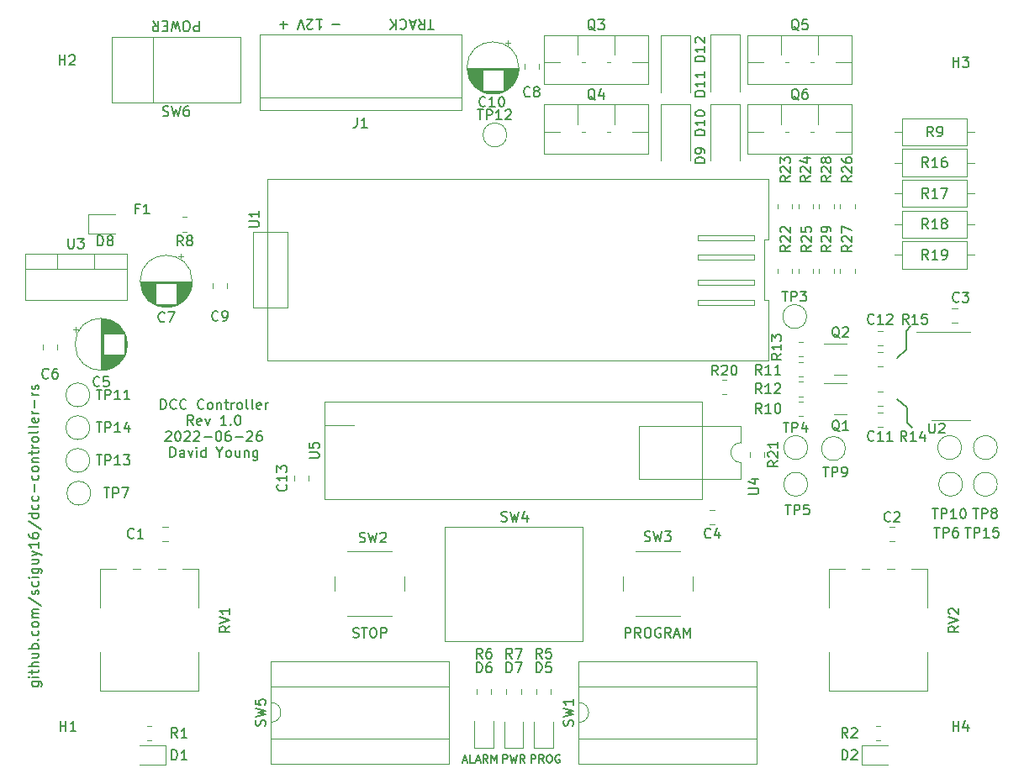
<source format=gbr>
%TF.GenerationSoftware,KiCad,Pcbnew,6.0.5+dfsg-1*%
%TF.CreationDate,2022-06-26T16:39:14+01:00*%
%TF.ProjectId,dcc-controller,6463632d-636f-46e7-9472-6f6c6c65722e,rev?*%
%TF.SameCoordinates,Original*%
%TF.FileFunction,Legend,Top*%
%TF.FilePolarity,Positive*%
%FSLAX46Y46*%
G04 Gerber Fmt 4.6, Leading zero omitted, Abs format (unit mm)*
G04 Created by KiCad (PCBNEW 6.0.5+dfsg-1) date 2022-06-26 16:39:14*
%MOMM*%
%LPD*%
G01*
G04 APERTURE LIST*
%ADD10C,0.150000*%
%ADD11C,0.130000*%
%ADD12C,0.120000*%
G04 APERTURE END LIST*
D10*
X103485714Y-122414285D02*
X104295238Y-122414285D01*
X104390476Y-122461904D01*
X104438095Y-122509523D01*
X104485714Y-122604761D01*
X104485714Y-122747619D01*
X104438095Y-122842857D01*
X104104761Y-122414285D02*
X104152380Y-122509523D01*
X104152380Y-122700000D01*
X104104761Y-122795238D01*
X104057142Y-122842857D01*
X103961904Y-122890476D01*
X103676190Y-122890476D01*
X103580952Y-122842857D01*
X103533333Y-122795238D01*
X103485714Y-122700000D01*
X103485714Y-122509523D01*
X103533333Y-122414285D01*
X104152380Y-121938095D02*
X103485714Y-121938095D01*
X103152380Y-121938095D02*
X103200000Y-121985714D01*
X103247619Y-121938095D01*
X103200000Y-121890476D01*
X103152380Y-121938095D01*
X103247619Y-121938095D01*
X103485714Y-121604761D02*
X103485714Y-121223809D01*
X103152380Y-121461904D02*
X104009523Y-121461904D01*
X104104761Y-121414285D01*
X104152380Y-121319047D01*
X104152380Y-121223809D01*
X104152380Y-120890476D02*
X103152380Y-120890476D01*
X104152380Y-120461904D02*
X103628571Y-120461904D01*
X103533333Y-120509523D01*
X103485714Y-120604761D01*
X103485714Y-120747619D01*
X103533333Y-120842857D01*
X103580952Y-120890476D01*
X103485714Y-119557142D02*
X104152380Y-119557142D01*
X103485714Y-119985714D02*
X104009523Y-119985714D01*
X104104761Y-119938095D01*
X104152380Y-119842857D01*
X104152380Y-119700000D01*
X104104761Y-119604761D01*
X104057142Y-119557142D01*
X104152380Y-119080952D02*
X103152380Y-119080952D01*
X103533333Y-119080952D02*
X103485714Y-118985714D01*
X103485714Y-118795238D01*
X103533333Y-118700000D01*
X103580952Y-118652380D01*
X103676190Y-118604761D01*
X103961904Y-118604761D01*
X104057142Y-118652380D01*
X104104761Y-118700000D01*
X104152380Y-118795238D01*
X104152380Y-118985714D01*
X104104761Y-119080952D01*
X104057142Y-118176190D02*
X104104761Y-118128571D01*
X104152380Y-118176190D01*
X104104761Y-118223809D01*
X104057142Y-118176190D01*
X104152380Y-118176190D01*
X104104761Y-117271428D02*
X104152380Y-117366666D01*
X104152380Y-117557142D01*
X104104761Y-117652380D01*
X104057142Y-117700000D01*
X103961904Y-117747619D01*
X103676190Y-117747619D01*
X103580952Y-117700000D01*
X103533333Y-117652380D01*
X103485714Y-117557142D01*
X103485714Y-117366666D01*
X103533333Y-117271428D01*
X104152380Y-116700000D02*
X104104761Y-116795238D01*
X104057142Y-116842857D01*
X103961904Y-116890476D01*
X103676190Y-116890476D01*
X103580952Y-116842857D01*
X103533333Y-116795238D01*
X103485714Y-116700000D01*
X103485714Y-116557142D01*
X103533333Y-116461904D01*
X103580952Y-116414285D01*
X103676190Y-116366666D01*
X103961904Y-116366666D01*
X104057142Y-116414285D01*
X104104761Y-116461904D01*
X104152380Y-116557142D01*
X104152380Y-116700000D01*
X104152380Y-115938095D02*
X103485714Y-115938095D01*
X103580952Y-115938095D02*
X103533333Y-115890476D01*
X103485714Y-115795238D01*
X103485714Y-115652380D01*
X103533333Y-115557142D01*
X103628571Y-115509523D01*
X104152380Y-115509523D01*
X103628571Y-115509523D02*
X103533333Y-115461904D01*
X103485714Y-115366666D01*
X103485714Y-115223809D01*
X103533333Y-115128571D01*
X103628571Y-115080952D01*
X104152380Y-115080952D01*
X103104761Y-113890476D02*
X104390476Y-114747619D01*
X104104761Y-113604761D02*
X104152380Y-113509523D01*
X104152380Y-113319047D01*
X104104761Y-113223809D01*
X104009523Y-113176190D01*
X103961904Y-113176190D01*
X103866666Y-113223809D01*
X103819047Y-113319047D01*
X103819047Y-113461904D01*
X103771428Y-113557142D01*
X103676190Y-113604761D01*
X103628571Y-113604761D01*
X103533333Y-113557142D01*
X103485714Y-113461904D01*
X103485714Y-113319047D01*
X103533333Y-113223809D01*
X104104761Y-112319047D02*
X104152380Y-112414285D01*
X104152380Y-112604761D01*
X104104761Y-112700000D01*
X104057142Y-112747619D01*
X103961904Y-112795238D01*
X103676190Y-112795238D01*
X103580952Y-112747619D01*
X103533333Y-112700000D01*
X103485714Y-112604761D01*
X103485714Y-112414285D01*
X103533333Y-112319047D01*
X104152380Y-111890476D02*
X103485714Y-111890476D01*
X103152380Y-111890476D02*
X103200000Y-111938095D01*
X103247619Y-111890476D01*
X103200000Y-111842857D01*
X103152380Y-111890476D01*
X103247619Y-111890476D01*
X103485714Y-110985714D02*
X104295238Y-110985714D01*
X104390476Y-111033333D01*
X104438095Y-111080952D01*
X104485714Y-111176190D01*
X104485714Y-111319047D01*
X104438095Y-111414285D01*
X104104761Y-110985714D02*
X104152380Y-111080952D01*
X104152380Y-111271428D01*
X104104761Y-111366666D01*
X104057142Y-111414285D01*
X103961904Y-111461904D01*
X103676190Y-111461904D01*
X103580952Y-111414285D01*
X103533333Y-111366666D01*
X103485714Y-111271428D01*
X103485714Y-111080952D01*
X103533333Y-110985714D01*
X103485714Y-110080952D02*
X104152380Y-110080952D01*
X103485714Y-110509523D02*
X104009523Y-110509523D01*
X104104761Y-110461904D01*
X104152380Y-110366666D01*
X104152380Y-110223809D01*
X104104761Y-110128571D01*
X104057142Y-110080952D01*
X103485714Y-109700000D02*
X104152380Y-109461904D01*
X103485714Y-109223809D02*
X104152380Y-109461904D01*
X104390476Y-109557142D01*
X104438095Y-109604761D01*
X104485714Y-109700000D01*
X104152380Y-108319047D02*
X104152380Y-108890476D01*
X104152380Y-108604761D02*
X103152380Y-108604761D01*
X103295238Y-108700000D01*
X103390476Y-108795238D01*
X103438095Y-108890476D01*
X103152380Y-107461904D02*
X103152380Y-107652380D01*
X103200000Y-107747619D01*
X103247619Y-107795238D01*
X103390476Y-107890476D01*
X103580952Y-107938095D01*
X103961904Y-107938095D01*
X104057142Y-107890476D01*
X104104761Y-107842857D01*
X104152380Y-107747619D01*
X104152380Y-107557142D01*
X104104761Y-107461904D01*
X104057142Y-107414285D01*
X103961904Y-107366666D01*
X103723809Y-107366666D01*
X103628571Y-107414285D01*
X103580952Y-107461904D01*
X103533333Y-107557142D01*
X103533333Y-107747619D01*
X103580952Y-107842857D01*
X103628571Y-107890476D01*
X103723809Y-107938095D01*
X103104761Y-106223809D02*
X104390476Y-107080952D01*
X104152380Y-105461904D02*
X103152380Y-105461904D01*
X104104761Y-105461904D02*
X104152380Y-105557142D01*
X104152380Y-105747619D01*
X104104761Y-105842857D01*
X104057142Y-105890476D01*
X103961904Y-105938095D01*
X103676190Y-105938095D01*
X103580952Y-105890476D01*
X103533333Y-105842857D01*
X103485714Y-105747619D01*
X103485714Y-105557142D01*
X103533333Y-105461904D01*
X104104761Y-104557142D02*
X104152380Y-104652380D01*
X104152380Y-104842857D01*
X104104761Y-104938095D01*
X104057142Y-104985714D01*
X103961904Y-105033333D01*
X103676190Y-105033333D01*
X103580952Y-104985714D01*
X103533333Y-104938095D01*
X103485714Y-104842857D01*
X103485714Y-104652380D01*
X103533333Y-104557142D01*
X104104761Y-103700000D02*
X104152380Y-103795238D01*
X104152380Y-103985714D01*
X104104761Y-104080952D01*
X104057142Y-104128571D01*
X103961904Y-104176190D01*
X103676190Y-104176190D01*
X103580952Y-104128571D01*
X103533333Y-104080952D01*
X103485714Y-103985714D01*
X103485714Y-103795238D01*
X103533333Y-103700000D01*
X103771428Y-103271428D02*
X103771428Y-102509523D01*
X104104761Y-101604761D02*
X104152380Y-101700000D01*
X104152380Y-101890476D01*
X104104761Y-101985714D01*
X104057142Y-102033333D01*
X103961904Y-102080952D01*
X103676190Y-102080952D01*
X103580952Y-102033333D01*
X103533333Y-101985714D01*
X103485714Y-101890476D01*
X103485714Y-101700000D01*
X103533333Y-101604761D01*
X104152380Y-101033333D02*
X104104761Y-101128571D01*
X104057142Y-101176190D01*
X103961904Y-101223809D01*
X103676190Y-101223809D01*
X103580952Y-101176190D01*
X103533333Y-101128571D01*
X103485714Y-101033333D01*
X103485714Y-100890476D01*
X103533333Y-100795238D01*
X103580952Y-100747619D01*
X103676190Y-100700000D01*
X103961904Y-100700000D01*
X104057142Y-100747619D01*
X104104761Y-100795238D01*
X104152380Y-100890476D01*
X104152380Y-101033333D01*
X103485714Y-100271428D02*
X104152380Y-100271428D01*
X103580952Y-100271428D02*
X103533333Y-100223809D01*
X103485714Y-100128571D01*
X103485714Y-99985714D01*
X103533333Y-99890476D01*
X103628571Y-99842857D01*
X104152380Y-99842857D01*
X103485714Y-99509523D02*
X103485714Y-99128571D01*
X103152380Y-99366666D02*
X104009523Y-99366666D01*
X104104761Y-99319047D01*
X104152380Y-99223809D01*
X104152380Y-99128571D01*
X104152380Y-98795238D02*
X103485714Y-98795238D01*
X103676190Y-98795238D02*
X103580952Y-98747619D01*
X103533333Y-98700000D01*
X103485714Y-98604761D01*
X103485714Y-98509523D01*
X104152380Y-98033333D02*
X104104761Y-98128571D01*
X104057142Y-98176190D01*
X103961904Y-98223809D01*
X103676190Y-98223809D01*
X103580952Y-98176190D01*
X103533333Y-98128571D01*
X103485714Y-98033333D01*
X103485714Y-97890476D01*
X103533333Y-97795238D01*
X103580952Y-97747619D01*
X103676190Y-97700000D01*
X103961904Y-97700000D01*
X104057142Y-97747619D01*
X104104761Y-97795238D01*
X104152380Y-97890476D01*
X104152380Y-98033333D01*
X104152380Y-97128571D02*
X104104761Y-97223809D01*
X104009523Y-97271428D01*
X103152380Y-97271428D01*
X104152380Y-96604761D02*
X104104761Y-96700000D01*
X104009523Y-96747619D01*
X103152380Y-96747619D01*
X104104761Y-95842857D02*
X104152380Y-95938095D01*
X104152380Y-96128571D01*
X104104761Y-96223809D01*
X104009523Y-96271428D01*
X103628571Y-96271428D01*
X103533333Y-96223809D01*
X103485714Y-96128571D01*
X103485714Y-95938095D01*
X103533333Y-95842857D01*
X103628571Y-95795238D01*
X103723809Y-95795238D01*
X103819047Y-96271428D01*
X104152380Y-95366666D02*
X103485714Y-95366666D01*
X103676190Y-95366666D02*
X103580952Y-95319047D01*
X103533333Y-95271428D01*
X103485714Y-95176190D01*
X103485714Y-95080952D01*
X103771428Y-94747619D02*
X103771428Y-93985714D01*
X104152380Y-93509523D02*
X103485714Y-93509523D01*
X103676190Y-93509523D02*
X103580952Y-93461904D01*
X103533333Y-93414285D01*
X103485714Y-93319047D01*
X103485714Y-93223809D01*
X104104761Y-92938095D02*
X104152380Y-92842857D01*
X104152380Y-92652380D01*
X104104761Y-92557142D01*
X104009523Y-92509523D01*
X103961904Y-92509523D01*
X103866666Y-92557142D01*
X103819047Y-92652380D01*
X103819047Y-92795238D01*
X103771428Y-92890476D01*
X103676190Y-92938095D01*
X103628571Y-92938095D01*
X103533333Y-92890476D01*
X103485714Y-92795238D01*
X103485714Y-92652380D01*
X103533333Y-92557142D01*
X116442857Y-94937380D02*
X116442857Y-93937380D01*
X116680952Y-93937380D01*
X116823809Y-93985000D01*
X116919047Y-94080238D01*
X116966666Y-94175476D01*
X117014285Y-94365952D01*
X117014285Y-94508809D01*
X116966666Y-94699285D01*
X116919047Y-94794523D01*
X116823809Y-94889761D01*
X116680952Y-94937380D01*
X116442857Y-94937380D01*
X118014285Y-94842142D02*
X117966666Y-94889761D01*
X117823809Y-94937380D01*
X117728571Y-94937380D01*
X117585714Y-94889761D01*
X117490476Y-94794523D01*
X117442857Y-94699285D01*
X117395238Y-94508809D01*
X117395238Y-94365952D01*
X117442857Y-94175476D01*
X117490476Y-94080238D01*
X117585714Y-93985000D01*
X117728571Y-93937380D01*
X117823809Y-93937380D01*
X117966666Y-93985000D01*
X118014285Y-94032619D01*
X119014285Y-94842142D02*
X118966666Y-94889761D01*
X118823809Y-94937380D01*
X118728571Y-94937380D01*
X118585714Y-94889761D01*
X118490476Y-94794523D01*
X118442857Y-94699285D01*
X118395238Y-94508809D01*
X118395238Y-94365952D01*
X118442857Y-94175476D01*
X118490476Y-94080238D01*
X118585714Y-93985000D01*
X118728571Y-93937380D01*
X118823809Y-93937380D01*
X118966666Y-93985000D01*
X119014285Y-94032619D01*
X120776190Y-94842142D02*
X120728571Y-94889761D01*
X120585714Y-94937380D01*
X120490476Y-94937380D01*
X120347619Y-94889761D01*
X120252380Y-94794523D01*
X120204761Y-94699285D01*
X120157142Y-94508809D01*
X120157142Y-94365952D01*
X120204761Y-94175476D01*
X120252380Y-94080238D01*
X120347619Y-93985000D01*
X120490476Y-93937380D01*
X120585714Y-93937380D01*
X120728571Y-93985000D01*
X120776190Y-94032619D01*
X121347619Y-94937380D02*
X121252380Y-94889761D01*
X121204761Y-94842142D01*
X121157142Y-94746904D01*
X121157142Y-94461190D01*
X121204761Y-94365952D01*
X121252380Y-94318333D01*
X121347619Y-94270714D01*
X121490476Y-94270714D01*
X121585714Y-94318333D01*
X121633333Y-94365952D01*
X121680952Y-94461190D01*
X121680952Y-94746904D01*
X121633333Y-94842142D01*
X121585714Y-94889761D01*
X121490476Y-94937380D01*
X121347619Y-94937380D01*
X122109523Y-94270714D02*
X122109523Y-94937380D01*
X122109523Y-94365952D02*
X122157142Y-94318333D01*
X122252380Y-94270714D01*
X122395238Y-94270714D01*
X122490476Y-94318333D01*
X122538095Y-94413571D01*
X122538095Y-94937380D01*
X122871428Y-94270714D02*
X123252380Y-94270714D01*
X123014285Y-93937380D02*
X123014285Y-94794523D01*
X123061904Y-94889761D01*
X123157142Y-94937380D01*
X123252380Y-94937380D01*
X123585714Y-94937380D02*
X123585714Y-94270714D01*
X123585714Y-94461190D02*
X123633333Y-94365952D01*
X123680952Y-94318333D01*
X123776190Y-94270714D01*
X123871428Y-94270714D01*
X124347619Y-94937380D02*
X124252380Y-94889761D01*
X124204761Y-94842142D01*
X124157142Y-94746904D01*
X124157142Y-94461190D01*
X124204761Y-94365952D01*
X124252380Y-94318333D01*
X124347619Y-94270714D01*
X124490476Y-94270714D01*
X124585714Y-94318333D01*
X124633333Y-94365952D01*
X124680952Y-94461190D01*
X124680952Y-94746904D01*
X124633333Y-94842142D01*
X124585714Y-94889761D01*
X124490476Y-94937380D01*
X124347619Y-94937380D01*
X125252380Y-94937380D02*
X125157142Y-94889761D01*
X125109523Y-94794523D01*
X125109523Y-93937380D01*
X125776190Y-94937380D02*
X125680952Y-94889761D01*
X125633333Y-94794523D01*
X125633333Y-93937380D01*
X126538095Y-94889761D02*
X126442857Y-94937380D01*
X126252380Y-94937380D01*
X126157142Y-94889761D01*
X126109523Y-94794523D01*
X126109523Y-94413571D01*
X126157142Y-94318333D01*
X126252380Y-94270714D01*
X126442857Y-94270714D01*
X126538095Y-94318333D01*
X126585714Y-94413571D01*
X126585714Y-94508809D01*
X126109523Y-94604047D01*
X127014285Y-94937380D02*
X127014285Y-94270714D01*
X127014285Y-94461190D02*
X127061904Y-94365952D01*
X127109523Y-94318333D01*
X127204761Y-94270714D01*
X127300000Y-94270714D01*
X119728571Y-96547380D02*
X119395238Y-96071190D01*
X119157142Y-96547380D02*
X119157142Y-95547380D01*
X119538095Y-95547380D01*
X119633333Y-95595000D01*
X119680952Y-95642619D01*
X119728571Y-95737857D01*
X119728571Y-95880714D01*
X119680952Y-95975952D01*
X119633333Y-96023571D01*
X119538095Y-96071190D01*
X119157142Y-96071190D01*
X120538095Y-96499761D02*
X120442857Y-96547380D01*
X120252380Y-96547380D01*
X120157142Y-96499761D01*
X120109523Y-96404523D01*
X120109523Y-96023571D01*
X120157142Y-95928333D01*
X120252380Y-95880714D01*
X120442857Y-95880714D01*
X120538095Y-95928333D01*
X120585714Y-96023571D01*
X120585714Y-96118809D01*
X120109523Y-96214047D01*
X120919047Y-95880714D02*
X121157142Y-96547380D01*
X121395238Y-95880714D01*
X123061904Y-96547380D02*
X122490476Y-96547380D01*
X122776190Y-96547380D02*
X122776190Y-95547380D01*
X122680952Y-95690238D01*
X122585714Y-95785476D01*
X122490476Y-95833095D01*
X123490476Y-96452142D02*
X123538095Y-96499761D01*
X123490476Y-96547380D01*
X123442857Y-96499761D01*
X123490476Y-96452142D01*
X123490476Y-96547380D01*
X124157142Y-95547380D02*
X124252380Y-95547380D01*
X124347619Y-95595000D01*
X124395238Y-95642619D01*
X124442857Y-95737857D01*
X124490476Y-95928333D01*
X124490476Y-96166428D01*
X124442857Y-96356904D01*
X124395238Y-96452142D01*
X124347619Y-96499761D01*
X124252380Y-96547380D01*
X124157142Y-96547380D01*
X124061904Y-96499761D01*
X124014285Y-96452142D01*
X123966666Y-96356904D01*
X123919047Y-96166428D01*
X123919047Y-95928333D01*
X123966666Y-95737857D01*
X124014285Y-95642619D01*
X124061904Y-95595000D01*
X124157142Y-95547380D01*
X116942857Y-97252619D02*
X116990476Y-97205000D01*
X117085714Y-97157380D01*
X117323809Y-97157380D01*
X117419047Y-97205000D01*
X117466666Y-97252619D01*
X117514285Y-97347857D01*
X117514285Y-97443095D01*
X117466666Y-97585952D01*
X116895238Y-98157380D01*
X117514285Y-98157380D01*
X118133333Y-97157380D02*
X118228571Y-97157380D01*
X118323809Y-97205000D01*
X118371428Y-97252619D01*
X118419047Y-97347857D01*
X118466666Y-97538333D01*
X118466666Y-97776428D01*
X118419047Y-97966904D01*
X118371428Y-98062142D01*
X118323809Y-98109761D01*
X118228571Y-98157380D01*
X118133333Y-98157380D01*
X118038095Y-98109761D01*
X117990476Y-98062142D01*
X117942857Y-97966904D01*
X117895238Y-97776428D01*
X117895238Y-97538333D01*
X117942857Y-97347857D01*
X117990476Y-97252619D01*
X118038095Y-97205000D01*
X118133333Y-97157380D01*
X118847619Y-97252619D02*
X118895238Y-97205000D01*
X118990476Y-97157380D01*
X119228571Y-97157380D01*
X119323809Y-97205000D01*
X119371428Y-97252619D01*
X119419047Y-97347857D01*
X119419047Y-97443095D01*
X119371428Y-97585952D01*
X118800000Y-98157380D01*
X119419047Y-98157380D01*
X119800000Y-97252619D02*
X119847619Y-97205000D01*
X119942857Y-97157380D01*
X120180952Y-97157380D01*
X120276190Y-97205000D01*
X120323809Y-97252619D01*
X120371428Y-97347857D01*
X120371428Y-97443095D01*
X120323809Y-97585952D01*
X119752380Y-98157380D01*
X120371428Y-98157380D01*
X120800000Y-97776428D02*
X121561904Y-97776428D01*
X122228571Y-97157380D02*
X122323809Y-97157380D01*
X122419047Y-97205000D01*
X122466666Y-97252619D01*
X122514285Y-97347857D01*
X122561904Y-97538333D01*
X122561904Y-97776428D01*
X122514285Y-97966904D01*
X122466666Y-98062142D01*
X122419047Y-98109761D01*
X122323809Y-98157380D01*
X122228571Y-98157380D01*
X122133333Y-98109761D01*
X122085714Y-98062142D01*
X122038095Y-97966904D01*
X121990476Y-97776428D01*
X121990476Y-97538333D01*
X122038095Y-97347857D01*
X122085714Y-97252619D01*
X122133333Y-97205000D01*
X122228571Y-97157380D01*
X123419047Y-97157380D02*
X123228571Y-97157380D01*
X123133333Y-97205000D01*
X123085714Y-97252619D01*
X122990476Y-97395476D01*
X122942857Y-97585952D01*
X122942857Y-97966904D01*
X122990476Y-98062142D01*
X123038095Y-98109761D01*
X123133333Y-98157380D01*
X123323809Y-98157380D01*
X123419047Y-98109761D01*
X123466666Y-98062142D01*
X123514285Y-97966904D01*
X123514285Y-97728809D01*
X123466666Y-97633571D01*
X123419047Y-97585952D01*
X123323809Y-97538333D01*
X123133333Y-97538333D01*
X123038095Y-97585952D01*
X122990476Y-97633571D01*
X122942857Y-97728809D01*
X123942857Y-97776428D02*
X124704761Y-97776428D01*
X125133333Y-97252619D02*
X125180952Y-97205000D01*
X125276190Y-97157380D01*
X125514285Y-97157380D01*
X125609523Y-97205000D01*
X125657142Y-97252619D01*
X125704761Y-97347857D01*
X125704761Y-97443095D01*
X125657142Y-97585952D01*
X125085714Y-98157380D01*
X125704761Y-98157380D01*
X126561904Y-97157380D02*
X126371428Y-97157380D01*
X126276190Y-97205000D01*
X126228571Y-97252619D01*
X126133333Y-97395476D01*
X126085714Y-97585952D01*
X126085714Y-97966904D01*
X126133333Y-98062142D01*
X126180952Y-98109761D01*
X126276190Y-98157380D01*
X126466666Y-98157380D01*
X126561904Y-98109761D01*
X126609523Y-98062142D01*
X126657142Y-97966904D01*
X126657142Y-97728809D01*
X126609523Y-97633571D01*
X126561904Y-97585952D01*
X126466666Y-97538333D01*
X126276190Y-97538333D01*
X126180952Y-97585952D01*
X126133333Y-97633571D01*
X126085714Y-97728809D01*
X117395238Y-99767380D02*
X117395238Y-98767380D01*
X117633333Y-98767380D01*
X117776190Y-98815000D01*
X117871428Y-98910238D01*
X117919047Y-99005476D01*
X117966666Y-99195952D01*
X117966666Y-99338809D01*
X117919047Y-99529285D01*
X117871428Y-99624523D01*
X117776190Y-99719761D01*
X117633333Y-99767380D01*
X117395238Y-99767380D01*
X118823809Y-99767380D02*
X118823809Y-99243571D01*
X118776190Y-99148333D01*
X118680952Y-99100714D01*
X118490476Y-99100714D01*
X118395238Y-99148333D01*
X118823809Y-99719761D02*
X118728571Y-99767380D01*
X118490476Y-99767380D01*
X118395238Y-99719761D01*
X118347619Y-99624523D01*
X118347619Y-99529285D01*
X118395238Y-99434047D01*
X118490476Y-99386428D01*
X118728571Y-99386428D01*
X118823809Y-99338809D01*
X119204761Y-99100714D02*
X119442857Y-99767380D01*
X119680952Y-99100714D01*
X120061904Y-99767380D02*
X120061904Y-99100714D01*
X120061904Y-98767380D02*
X120014285Y-98815000D01*
X120061904Y-98862619D01*
X120109523Y-98815000D01*
X120061904Y-98767380D01*
X120061904Y-98862619D01*
X120966666Y-99767380D02*
X120966666Y-98767380D01*
X120966666Y-99719761D02*
X120871428Y-99767380D01*
X120680952Y-99767380D01*
X120585714Y-99719761D01*
X120538095Y-99672142D01*
X120490476Y-99576904D01*
X120490476Y-99291190D01*
X120538095Y-99195952D01*
X120585714Y-99148333D01*
X120680952Y-99100714D01*
X120871428Y-99100714D01*
X120966666Y-99148333D01*
X122395238Y-99291190D02*
X122395238Y-99767380D01*
X122061904Y-98767380D02*
X122395238Y-99291190D01*
X122728571Y-98767380D01*
X123204761Y-99767380D02*
X123109523Y-99719761D01*
X123061904Y-99672142D01*
X123014285Y-99576904D01*
X123014285Y-99291190D01*
X123061904Y-99195952D01*
X123109523Y-99148333D01*
X123204761Y-99100714D01*
X123347619Y-99100714D01*
X123442857Y-99148333D01*
X123490476Y-99195952D01*
X123538095Y-99291190D01*
X123538095Y-99576904D01*
X123490476Y-99672142D01*
X123442857Y-99719761D01*
X123347619Y-99767380D01*
X123204761Y-99767380D01*
X124395238Y-99100714D02*
X124395238Y-99767380D01*
X123966666Y-99100714D02*
X123966666Y-99624523D01*
X124014285Y-99719761D01*
X124109523Y-99767380D01*
X124252380Y-99767380D01*
X124347619Y-99719761D01*
X124395238Y-99672142D01*
X124871428Y-99100714D02*
X124871428Y-99767380D01*
X124871428Y-99195952D02*
X124919047Y-99148333D01*
X125014285Y-99100714D01*
X125157142Y-99100714D01*
X125252380Y-99148333D01*
X125300000Y-99243571D01*
X125300000Y-99767380D01*
X126204761Y-99100714D02*
X126204761Y-99910238D01*
X126157142Y-100005476D01*
X126109523Y-100053095D01*
X126014285Y-100100714D01*
X125871428Y-100100714D01*
X125776190Y-100053095D01*
X126204761Y-99719761D02*
X126109523Y-99767380D01*
X125919047Y-99767380D01*
X125823809Y-99719761D01*
X125776190Y-99672142D01*
X125728571Y-99576904D01*
X125728571Y-99291190D01*
X125776190Y-99195952D01*
X125823809Y-99148333D01*
X125919047Y-99100714D01*
X126109523Y-99100714D01*
X126204761Y-99148333D01*
X143914285Y-56647619D02*
X143342857Y-56647619D01*
X143628571Y-55647619D02*
X143628571Y-56647619D01*
X142438095Y-55647619D02*
X142771428Y-56123809D01*
X143009523Y-55647619D02*
X143009523Y-56647619D01*
X142628571Y-56647619D01*
X142533333Y-56600000D01*
X142485714Y-56552380D01*
X142438095Y-56457142D01*
X142438095Y-56314285D01*
X142485714Y-56219047D01*
X142533333Y-56171428D01*
X142628571Y-56123809D01*
X143009523Y-56123809D01*
X142057142Y-55933333D02*
X141580952Y-55933333D01*
X142152380Y-55647619D02*
X141819047Y-56647619D01*
X141485714Y-55647619D01*
X140580952Y-55742857D02*
X140628571Y-55695238D01*
X140771428Y-55647619D01*
X140866666Y-55647619D01*
X141009523Y-55695238D01*
X141104761Y-55790476D01*
X141152380Y-55885714D01*
X141200000Y-56076190D01*
X141200000Y-56219047D01*
X141152380Y-56409523D01*
X141104761Y-56504761D01*
X141009523Y-56600000D01*
X140866666Y-56647619D01*
X140771428Y-56647619D01*
X140628571Y-56600000D01*
X140580952Y-56552380D01*
X140152380Y-55647619D02*
X140152380Y-56647619D01*
X139580952Y-55647619D02*
X140009523Y-56219047D01*
X139580952Y-56647619D02*
X140152380Y-56076190D01*
X132119047Y-55647619D02*
X132690476Y-55647619D01*
X132404761Y-55647619D02*
X132404761Y-56647619D01*
X132500000Y-56504761D01*
X132595238Y-56409523D01*
X132690476Y-56361904D01*
X131738095Y-56552380D02*
X131690476Y-56600000D01*
X131595238Y-56647619D01*
X131357142Y-56647619D01*
X131261904Y-56600000D01*
X131214285Y-56552380D01*
X131166666Y-56457142D01*
X131166666Y-56361904D01*
X131214285Y-56219047D01*
X131785714Y-55647619D01*
X131166666Y-55647619D01*
X130880952Y-56647619D02*
X130547619Y-55647619D01*
X130214285Y-56647619D01*
X133719047Y-56171428D02*
X134480952Y-56171428D01*
X128419047Y-56171428D02*
X129180952Y-56171428D01*
X128800000Y-56552380D02*
X128800000Y-55790476D01*
X120309523Y-55847619D02*
X120309523Y-56847619D01*
X119928571Y-56847619D01*
X119833333Y-56800000D01*
X119785714Y-56752380D01*
X119738095Y-56657142D01*
X119738095Y-56514285D01*
X119785714Y-56419047D01*
X119833333Y-56371428D01*
X119928571Y-56323809D01*
X120309523Y-56323809D01*
X119119047Y-56847619D02*
X118928571Y-56847619D01*
X118833333Y-56800000D01*
X118738095Y-56704761D01*
X118690476Y-56514285D01*
X118690476Y-56180952D01*
X118738095Y-55990476D01*
X118833333Y-55895238D01*
X118928571Y-55847619D01*
X119119047Y-55847619D01*
X119214285Y-55895238D01*
X119309523Y-55990476D01*
X119357142Y-56180952D01*
X119357142Y-56514285D01*
X119309523Y-56704761D01*
X119214285Y-56800000D01*
X119119047Y-56847619D01*
X118357142Y-56847619D02*
X118119047Y-55847619D01*
X117928571Y-56561904D01*
X117738095Y-55847619D01*
X117500000Y-56847619D01*
X117119047Y-56371428D02*
X116785714Y-56371428D01*
X116642857Y-55847619D02*
X117119047Y-55847619D01*
X117119047Y-56847619D01*
X116642857Y-56847619D01*
X115642857Y-55847619D02*
X115976190Y-56323809D01*
X116214285Y-55847619D02*
X116214285Y-56847619D01*
X115833333Y-56847619D01*
X115738095Y-56800000D01*
X115690476Y-56752380D01*
X115642857Y-56657142D01*
X115642857Y-56514285D01*
X115690476Y-56419047D01*
X115738095Y-56371428D01*
X115833333Y-56323809D01*
X116214285Y-56323809D01*
X135809523Y-117904761D02*
X135952380Y-117952380D01*
X136190476Y-117952380D01*
X136285714Y-117904761D01*
X136333333Y-117857142D01*
X136380952Y-117761904D01*
X136380952Y-117666666D01*
X136333333Y-117571428D01*
X136285714Y-117523809D01*
X136190476Y-117476190D01*
X136000000Y-117428571D01*
X135904761Y-117380952D01*
X135857142Y-117333333D01*
X135809523Y-117238095D01*
X135809523Y-117142857D01*
X135857142Y-117047619D01*
X135904761Y-117000000D01*
X136000000Y-116952380D01*
X136238095Y-116952380D01*
X136380952Y-117000000D01*
X136666666Y-116952380D02*
X137238095Y-116952380D01*
X136952380Y-117952380D02*
X136952380Y-116952380D01*
X137761904Y-116952380D02*
X137952380Y-116952380D01*
X138047619Y-117000000D01*
X138142857Y-117095238D01*
X138190476Y-117285714D01*
X138190476Y-117619047D01*
X138142857Y-117809523D01*
X138047619Y-117904761D01*
X137952380Y-117952380D01*
X137761904Y-117952380D01*
X137666666Y-117904761D01*
X137571428Y-117809523D01*
X137523809Y-117619047D01*
X137523809Y-117285714D01*
X137571428Y-117095238D01*
X137666666Y-117000000D01*
X137761904Y-116952380D01*
X138619047Y-117952380D02*
X138619047Y-116952380D01*
X139000000Y-116952380D01*
X139095238Y-117000000D01*
X139142857Y-117047619D01*
X139190476Y-117142857D01*
X139190476Y-117285714D01*
X139142857Y-117380952D01*
X139095238Y-117428571D01*
X139000000Y-117476190D01*
X138619047Y-117476190D01*
X163214285Y-117952380D02*
X163214285Y-116952380D01*
X163595238Y-116952380D01*
X163690476Y-117000000D01*
X163738095Y-117047619D01*
X163785714Y-117142857D01*
X163785714Y-117285714D01*
X163738095Y-117380952D01*
X163690476Y-117428571D01*
X163595238Y-117476190D01*
X163214285Y-117476190D01*
X164785714Y-117952380D02*
X164452380Y-117476190D01*
X164214285Y-117952380D02*
X164214285Y-116952380D01*
X164595238Y-116952380D01*
X164690476Y-117000000D01*
X164738095Y-117047619D01*
X164785714Y-117142857D01*
X164785714Y-117285714D01*
X164738095Y-117380952D01*
X164690476Y-117428571D01*
X164595238Y-117476190D01*
X164214285Y-117476190D01*
X165404761Y-116952380D02*
X165595238Y-116952380D01*
X165690476Y-117000000D01*
X165785714Y-117095238D01*
X165833333Y-117285714D01*
X165833333Y-117619047D01*
X165785714Y-117809523D01*
X165690476Y-117904761D01*
X165595238Y-117952380D01*
X165404761Y-117952380D01*
X165309523Y-117904761D01*
X165214285Y-117809523D01*
X165166666Y-117619047D01*
X165166666Y-117285714D01*
X165214285Y-117095238D01*
X165309523Y-117000000D01*
X165404761Y-116952380D01*
X166785714Y-117000000D02*
X166690476Y-116952380D01*
X166547619Y-116952380D01*
X166404761Y-117000000D01*
X166309523Y-117095238D01*
X166261904Y-117190476D01*
X166214285Y-117380952D01*
X166214285Y-117523809D01*
X166261904Y-117714285D01*
X166309523Y-117809523D01*
X166404761Y-117904761D01*
X166547619Y-117952380D01*
X166642857Y-117952380D01*
X166785714Y-117904761D01*
X166833333Y-117857142D01*
X166833333Y-117523809D01*
X166642857Y-117523809D01*
X167833333Y-117952380D02*
X167500000Y-117476190D01*
X167261904Y-117952380D02*
X167261904Y-116952380D01*
X167642857Y-116952380D01*
X167738095Y-117000000D01*
X167785714Y-117047619D01*
X167833333Y-117142857D01*
X167833333Y-117285714D01*
X167785714Y-117380952D01*
X167738095Y-117428571D01*
X167642857Y-117476190D01*
X167261904Y-117476190D01*
X168214285Y-117666666D02*
X168690476Y-117666666D01*
X168119047Y-117952380D02*
X168452380Y-116952380D01*
X168785714Y-117952380D01*
X169119047Y-117952380D02*
X169119047Y-116952380D01*
X169452380Y-117666666D01*
X169785714Y-116952380D01*
X169785714Y-117952380D01*
D11*
X153771428Y-130561904D02*
X153771428Y-129761904D01*
X154076190Y-129761904D01*
X154152380Y-129800000D01*
X154190476Y-129838095D01*
X154228571Y-129914285D01*
X154228571Y-130028571D01*
X154190476Y-130104761D01*
X154152380Y-130142857D01*
X154076190Y-130180952D01*
X153771428Y-130180952D01*
X155028571Y-130561904D02*
X154761904Y-130180952D01*
X154571428Y-130561904D02*
X154571428Y-129761904D01*
X154876190Y-129761904D01*
X154952380Y-129800000D01*
X154990476Y-129838095D01*
X155028571Y-129914285D01*
X155028571Y-130028571D01*
X154990476Y-130104761D01*
X154952380Y-130142857D01*
X154876190Y-130180952D01*
X154571428Y-130180952D01*
X155523809Y-129761904D02*
X155676190Y-129761904D01*
X155752380Y-129800000D01*
X155828571Y-129876190D01*
X155866666Y-130028571D01*
X155866666Y-130295238D01*
X155828571Y-130447619D01*
X155752380Y-130523809D01*
X155676190Y-130561904D01*
X155523809Y-130561904D01*
X155447619Y-130523809D01*
X155371428Y-130447619D01*
X155333333Y-130295238D01*
X155333333Y-130028571D01*
X155371428Y-129876190D01*
X155447619Y-129800000D01*
X155523809Y-129761904D01*
X156628571Y-129800000D02*
X156552380Y-129761904D01*
X156438095Y-129761904D01*
X156323809Y-129800000D01*
X156247619Y-129876190D01*
X156209523Y-129952380D01*
X156171428Y-130104761D01*
X156171428Y-130219047D01*
X156209523Y-130371428D01*
X156247619Y-130447619D01*
X156323809Y-130523809D01*
X156438095Y-130561904D01*
X156514285Y-130561904D01*
X156628571Y-130523809D01*
X156666666Y-130485714D01*
X156666666Y-130219047D01*
X156514285Y-130219047D01*
X150933333Y-130561904D02*
X150933333Y-129761904D01*
X151238095Y-129761904D01*
X151314285Y-129800000D01*
X151352380Y-129838095D01*
X151390476Y-129914285D01*
X151390476Y-130028571D01*
X151352380Y-130104761D01*
X151314285Y-130142857D01*
X151238095Y-130180952D01*
X150933333Y-130180952D01*
X151657142Y-129761904D02*
X151847619Y-130561904D01*
X152000000Y-129990476D01*
X152152380Y-130561904D01*
X152342857Y-129761904D01*
X153104761Y-130561904D02*
X152838095Y-130180952D01*
X152647619Y-130561904D02*
X152647619Y-129761904D01*
X152952380Y-129761904D01*
X153028571Y-129800000D01*
X153066666Y-129838095D01*
X153104761Y-129914285D01*
X153104761Y-130028571D01*
X153066666Y-130104761D01*
X153028571Y-130142857D01*
X152952380Y-130180952D01*
X152647619Y-130180952D01*
X146885714Y-130333333D02*
X147266666Y-130333333D01*
X146809523Y-130561904D02*
X147076190Y-129761904D01*
X147342857Y-130561904D01*
X147990476Y-130561904D02*
X147609523Y-130561904D01*
X147609523Y-129761904D01*
X148219047Y-130333333D02*
X148600000Y-130333333D01*
X148142857Y-130561904D02*
X148409523Y-129761904D01*
X148676190Y-130561904D01*
X149400000Y-130561904D02*
X149133333Y-130180952D01*
X148942857Y-130561904D02*
X148942857Y-129761904D01*
X149247619Y-129761904D01*
X149323809Y-129800000D01*
X149361904Y-129838095D01*
X149400000Y-129914285D01*
X149400000Y-130028571D01*
X149361904Y-130104761D01*
X149323809Y-130142857D01*
X149247619Y-130180952D01*
X148942857Y-130180952D01*
X149742857Y-130561904D02*
X149742857Y-129761904D01*
X150009523Y-130333333D01*
X150276190Y-129761904D01*
X150276190Y-130561904D01*
D10*
X191500000Y-87100000D02*
X192000000Y-86600000D01*
X191500000Y-88900000D02*
X191500000Y-87100000D01*
X190600000Y-89800000D02*
X191500000Y-88900000D01*
X191600000Y-96300000D02*
X192100000Y-96800000D01*
X191600000Y-94800000D02*
X191600000Y-96300000D01*
X190600000Y-93900000D02*
X191600000Y-94800000D01*
%TO.C,F1*%
X114266666Y-74728571D02*
X113933333Y-74728571D01*
X113933333Y-75252380D02*
X113933333Y-74252380D01*
X114409523Y-74252380D01*
X115314285Y-75252380D02*
X114742857Y-75252380D01*
X115028571Y-75252380D02*
X115028571Y-74252380D01*
X114933333Y-74395238D01*
X114838095Y-74490476D01*
X114742857Y-74538095D01*
%TO.C,TP15*%
X197461904Y-106852380D02*
X198033333Y-106852380D01*
X197747619Y-107852380D02*
X197747619Y-106852380D01*
X198366666Y-107852380D02*
X198366666Y-106852380D01*
X198747619Y-106852380D01*
X198842857Y-106900000D01*
X198890476Y-106947619D01*
X198938095Y-107042857D01*
X198938095Y-107185714D01*
X198890476Y-107280952D01*
X198842857Y-107328571D01*
X198747619Y-107376190D01*
X198366666Y-107376190D01*
X199890476Y-107852380D02*
X199319047Y-107852380D01*
X199604761Y-107852380D02*
X199604761Y-106852380D01*
X199509523Y-106995238D01*
X199414285Y-107090476D01*
X199319047Y-107138095D01*
X200795238Y-106852380D02*
X200319047Y-106852380D01*
X200271428Y-107328571D01*
X200319047Y-107280952D01*
X200414285Y-107233333D01*
X200652380Y-107233333D01*
X200747619Y-107280952D01*
X200795238Y-107328571D01*
X200842857Y-107423809D01*
X200842857Y-107661904D01*
X200795238Y-107757142D01*
X200747619Y-107804761D01*
X200652380Y-107852380D01*
X200414285Y-107852380D01*
X200319047Y-107804761D01*
X200271428Y-107757142D01*
%TO.C,TP14*%
X109961904Y-96252380D02*
X110533333Y-96252380D01*
X110247619Y-97252380D02*
X110247619Y-96252380D01*
X110866666Y-97252380D02*
X110866666Y-96252380D01*
X111247619Y-96252380D01*
X111342857Y-96300000D01*
X111390476Y-96347619D01*
X111438095Y-96442857D01*
X111438095Y-96585714D01*
X111390476Y-96680952D01*
X111342857Y-96728571D01*
X111247619Y-96776190D01*
X110866666Y-96776190D01*
X112390476Y-97252380D02*
X111819047Y-97252380D01*
X112104761Y-97252380D02*
X112104761Y-96252380D01*
X112009523Y-96395238D01*
X111914285Y-96490476D01*
X111819047Y-96538095D01*
X113247619Y-96585714D02*
X113247619Y-97252380D01*
X113009523Y-96204761D02*
X112771428Y-96919047D01*
X113390476Y-96919047D01*
%TO.C,TP13*%
X109961904Y-99552380D02*
X110533333Y-99552380D01*
X110247619Y-100552380D02*
X110247619Y-99552380D01*
X110866666Y-100552380D02*
X110866666Y-99552380D01*
X111247619Y-99552380D01*
X111342857Y-99600000D01*
X111390476Y-99647619D01*
X111438095Y-99742857D01*
X111438095Y-99885714D01*
X111390476Y-99980952D01*
X111342857Y-100028571D01*
X111247619Y-100076190D01*
X110866666Y-100076190D01*
X112390476Y-100552380D02*
X111819047Y-100552380D01*
X112104761Y-100552380D02*
X112104761Y-99552380D01*
X112009523Y-99695238D01*
X111914285Y-99790476D01*
X111819047Y-99838095D01*
X112723809Y-99552380D02*
X113342857Y-99552380D01*
X113009523Y-99933333D01*
X113152380Y-99933333D01*
X113247619Y-99980952D01*
X113295238Y-100028571D01*
X113342857Y-100123809D01*
X113342857Y-100361904D01*
X113295238Y-100457142D01*
X113247619Y-100504761D01*
X113152380Y-100552380D01*
X112866666Y-100552380D01*
X112771428Y-100504761D01*
X112723809Y-100457142D01*
%TO.C,TP12*%
X148361904Y-64754380D02*
X148933333Y-64754380D01*
X148647619Y-65754380D02*
X148647619Y-64754380D01*
X149266666Y-65754380D02*
X149266666Y-64754380D01*
X149647619Y-64754380D01*
X149742857Y-64802000D01*
X149790476Y-64849619D01*
X149838095Y-64944857D01*
X149838095Y-65087714D01*
X149790476Y-65182952D01*
X149742857Y-65230571D01*
X149647619Y-65278190D01*
X149266666Y-65278190D01*
X150790476Y-65754380D02*
X150219047Y-65754380D01*
X150504761Y-65754380D02*
X150504761Y-64754380D01*
X150409523Y-64897238D01*
X150314285Y-64992476D01*
X150219047Y-65040095D01*
X151171428Y-64849619D02*
X151219047Y-64802000D01*
X151314285Y-64754380D01*
X151552380Y-64754380D01*
X151647619Y-64802000D01*
X151695238Y-64849619D01*
X151742857Y-64944857D01*
X151742857Y-65040095D01*
X151695238Y-65182952D01*
X151123809Y-65754380D01*
X151742857Y-65754380D01*
%TO.C,TP11*%
X109961904Y-92952380D02*
X110533333Y-92952380D01*
X110247619Y-93952380D02*
X110247619Y-92952380D01*
X110866666Y-93952380D02*
X110866666Y-92952380D01*
X111247619Y-92952380D01*
X111342857Y-93000000D01*
X111390476Y-93047619D01*
X111438095Y-93142857D01*
X111438095Y-93285714D01*
X111390476Y-93380952D01*
X111342857Y-93428571D01*
X111247619Y-93476190D01*
X110866666Y-93476190D01*
X112390476Y-93952380D02*
X111819047Y-93952380D01*
X112104761Y-93952380D02*
X112104761Y-92952380D01*
X112009523Y-93095238D01*
X111914285Y-93190476D01*
X111819047Y-93238095D01*
X113342857Y-93952380D02*
X112771428Y-93952380D01*
X113057142Y-93952380D02*
X113057142Y-92952380D01*
X112961904Y-93095238D01*
X112866666Y-93190476D01*
X112771428Y-93238095D01*
%TO.C,TP10*%
X194161904Y-104952380D02*
X194733333Y-104952380D01*
X194447619Y-105952380D02*
X194447619Y-104952380D01*
X195066666Y-105952380D02*
X195066666Y-104952380D01*
X195447619Y-104952380D01*
X195542857Y-105000000D01*
X195590476Y-105047619D01*
X195638095Y-105142857D01*
X195638095Y-105285714D01*
X195590476Y-105380952D01*
X195542857Y-105428571D01*
X195447619Y-105476190D01*
X195066666Y-105476190D01*
X196590476Y-105952380D02*
X196019047Y-105952380D01*
X196304761Y-105952380D02*
X196304761Y-104952380D01*
X196209523Y-105095238D01*
X196114285Y-105190476D01*
X196019047Y-105238095D01*
X197209523Y-104952380D02*
X197304761Y-104952380D01*
X197400000Y-105000000D01*
X197447619Y-105047619D01*
X197495238Y-105142857D01*
X197542857Y-105333333D01*
X197542857Y-105571428D01*
X197495238Y-105761904D01*
X197447619Y-105857142D01*
X197400000Y-105904761D01*
X197304761Y-105952380D01*
X197209523Y-105952380D01*
X197114285Y-105904761D01*
X197066666Y-105857142D01*
X197019047Y-105761904D01*
X196971428Y-105571428D01*
X196971428Y-105333333D01*
X197019047Y-105142857D01*
X197066666Y-105047619D01*
X197114285Y-105000000D01*
X197209523Y-104952380D01*
%TO.C,TP9*%
X183138095Y-100752380D02*
X183709523Y-100752380D01*
X183423809Y-101752380D02*
X183423809Y-100752380D01*
X184042857Y-101752380D02*
X184042857Y-100752380D01*
X184423809Y-100752380D01*
X184519047Y-100800000D01*
X184566666Y-100847619D01*
X184614285Y-100942857D01*
X184614285Y-101085714D01*
X184566666Y-101180952D01*
X184519047Y-101228571D01*
X184423809Y-101276190D01*
X184042857Y-101276190D01*
X185090476Y-101752380D02*
X185280952Y-101752380D01*
X185376190Y-101704761D01*
X185423809Y-101657142D01*
X185519047Y-101514285D01*
X185566666Y-101323809D01*
X185566666Y-100942857D01*
X185519047Y-100847619D01*
X185471428Y-100800000D01*
X185376190Y-100752380D01*
X185185714Y-100752380D01*
X185090476Y-100800000D01*
X185042857Y-100847619D01*
X184995238Y-100942857D01*
X184995238Y-101180952D01*
X185042857Y-101276190D01*
X185090476Y-101323809D01*
X185185714Y-101371428D01*
X185376190Y-101371428D01*
X185471428Y-101323809D01*
X185519047Y-101276190D01*
X185566666Y-101180952D01*
%TO.C,TP8*%
X198238095Y-104952380D02*
X198809523Y-104952380D01*
X198523809Y-105952380D02*
X198523809Y-104952380D01*
X199142857Y-105952380D02*
X199142857Y-104952380D01*
X199523809Y-104952380D01*
X199619047Y-105000000D01*
X199666666Y-105047619D01*
X199714285Y-105142857D01*
X199714285Y-105285714D01*
X199666666Y-105380952D01*
X199619047Y-105428571D01*
X199523809Y-105476190D01*
X199142857Y-105476190D01*
X200285714Y-105380952D02*
X200190476Y-105333333D01*
X200142857Y-105285714D01*
X200095238Y-105190476D01*
X200095238Y-105142857D01*
X200142857Y-105047619D01*
X200190476Y-105000000D01*
X200285714Y-104952380D01*
X200476190Y-104952380D01*
X200571428Y-105000000D01*
X200619047Y-105047619D01*
X200666666Y-105142857D01*
X200666666Y-105190476D01*
X200619047Y-105285714D01*
X200571428Y-105333333D01*
X200476190Y-105380952D01*
X200285714Y-105380952D01*
X200190476Y-105428571D01*
X200142857Y-105476190D01*
X200095238Y-105571428D01*
X200095238Y-105761904D01*
X200142857Y-105857142D01*
X200190476Y-105904761D01*
X200285714Y-105952380D01*
X200476190Y-105952380D01*
X200571428Y-105904761D01*
X200619047Y-105857142D01*
X200666666Y-105761904D01*
X200666666Y-105571428D01*
X200619047Y-105476190D01*
X200571428Y-105428571D01*
X200476190Y-105380952D01*
%TO.C,TP7*%
X110738095Y-102852380D02*
X111309523Y-102852380D01*
X111023809Y-103852380D02*
X111023809Y-102852380D01*
X111642857Y-103852380D02*
X111642857Y-102852380D01*
X112023809Y-102852380D01*
X112119047Y-102900000D01*
X112166666Y-102947619D01*
X112214285Y-103042857D01*
X112214285Y-103185714D01*
X112166666Y-103280952D01*
X112119047Y-103328571D01*
X112023809Y-103376190D01*
X111642857Y-103376190D01*
X112547619Y-102852380D02*
X113214285Y-102852380D01*
X112785714Y-103852380D01*
%TO.C,TP6*%
X194338095Y-106852380D02*
X194909523Y-106852380D01*
X194623809Y-107852380D02*
X194623809Y-106852380D01*
X195242857Y-107852380D02*
X195242857Y-106852380D01*
X195623809Y-106852380D01*
X195719047Y-106900000D01*
X195766666Y-106947619D01*
X195814285Y-107042857D01*
X195814285Y-107185714D01*
X195766666Y-107280952D01*
X195719047Y-107328571D01*
X195623809Y-107376190D01*
X195242857Y-107376190D01*
X196671428Y-106852380D02*
X196480952Y-106852380D01*
X196385714Y-106900000D01*
X196338095Y-106947619D01*
X196242857Y-107090476D01*
X196195238Y-107280952D01*
X196195238Y-107661904D01*
X196242857Y-107757142D01*
X196290476Y-107804761D01*
X196385714Y-107852380D01*
X196576190Y-107852380D01*
X196671428Y-107804761D01*
X196719047Y-107757142D01*
X196766666Y-107661904D01*
X196766666Y-107423809D01*
X196719047Y-107328571D01*
X196671428Y-107280952D01*
X196576190Y-107233333D01*
X196385714Y-107233333D01*
X196290476Y-107280952D01*
X196242857Y-107328571D01*
X196195238Y-107423809D01*
%TO.C,TP5*%
X179338095Y-104552380D02*
X179909523Y-104552380D01*
X179623809Y-105552380D02*
X179623809Y-104552380D01*
X180242857Y-105552380D02*
X180242857Y-104552380D01*
X180623809Y-104552380D01*
X180719047Y-104600000D01*
X180766666Y-104647619D01*
X180814285Y-104742857D01*
X180814285Y-104885714D01*
X180766666Y-104980952D01*
X180719047Y-105028571D01*
X180623809Y-105076190D01*
X180242857Y-105076190D01*
X181719047Y-104552380D02*
X181242857Y-104552380D01*
X181195238Y-105028571D01*
X181242857Y-104980952D01*
X181338095Y-104933333D01*
X181576190Y-104933333D01*
X181671428Y-104980952D01*
X181719047Y-105028571D01*
X181766666Y-105123809D01*
X181766666Y-105361904D01*
X181719047Y-105457142D01*
X181671428Y-105504761D01*
X181576190Y-105552380D01*
X181338095Y-105552380D01*
X181242857Y-105504761D01*
X181195238Y-105457142D01*
%TO.C,TP4*%
X179138095Y-96254380D02*
X179709523Y-96254380D01*
X179423809Y-97254380D02*
X179423809Y-96254380D01*
X180042857Y-97254380D02*
X180042857Y-96254380D01*
X180423809Y-96254380D01*
X180519047Y-96302000D01*
X180566666Y-96349619D01*
X180614285Y-96444857D01*
X180614285Y-96587714D01*
X180566666Y-96682952D01*
X180519047Y-96730571D01*
X180423809Y-96778190D01*
X180042857Y-96778190D01*
X181471428Y-96587714D02*
X181471428Y-97254380D01*
X181233333Y-96206761D02*
X180995238Y-96921047D01*
X181614285Y-96921047D01*
%TO.C,TP3*%
X179038095Y-83054380D02*
X179609523Y-83054380D01*
X179323809Y-84054380D02*
X179323809Y-83054380D01*
X179942857Y-84054380D02*
X179942857Y-83054380D01*
X180323809Y-83054380D01*
X180419047Y-83102000D01*
X180466666Y-83149619D01*
X180514285Y-83244857D01*
X180514285Y-83387714D01*
X180466666Y-83482952D01*
X180419047Y-83530571D01*
X180323809Y-83578190D01*
X179942857Y-83578190D01*
X180847619Y-83054380D02*
X181466666Y-83054380D01*
X181133333Y-83435333D01*
X181276190Y-83435333D01*
X181371428Y-83482952D01*
X181419047Y-83530571D01*
X181466666Y-83625809D01*
X181466666Y-83863904D01*
X181419047Y-83959142D01*
X181371428Y-84006761D01*
X181276190Y-84054380D01*
X180990476Y-84054380D01*
X180895238Y-84006761D01*
X180847619Y-83959142D01*
%TO.C,SW6*%
X116666666Y-65354761D02*
X116809523Y-65402380D01*
X117047619Y-65402380D01*
X117142857Y-65354761D01*
X117190476Y-65307142D01*
X117238095Y-65211904D01*
X117238095Y-65116666D01*
X117190476Y-65021428D01*
X117142857Y-64973809D01*
X117047619Y-64926190D01*
X116857142Y-64878571D01*
X116761904Y-64830952D01*
X116714285Y-64783333D01*
X116666666Y-64688095D01*
X116666666Y-64592857D01*
X116714285Y-64497619D01*
X116761904Y-64450000D01*
X116857142Y-64402380D01*
X117095238Y-64402380D01*
X117238095Y-64450000D01*
X117571428Y-64402380D02*
X117809523Y-65402380D01*
X118000000Y-64688095D01*
X118190476Y-65402380D01*
X118428571Y-64402380D01*
X119238095Y-64402380D02*
X119047619Y-64402380D01*
X118952380Y-64450000D01*
X118904761Y-64497619D01*
X118809523Y-64640476D01*
X118761904Y-64830952D01*
X118761904Y-65211904D01*
X118809523Y-65307142D01*
X118857142Y-65354761D01*
X118952380Y-65402380D01*
X119142857Y-65402380D01*
X119238095Y-65354761D01*
X119285714Y-65307142D01*
X119333333Y-65211904D01*
X119333333Y-64973809D01*
X119285714Y-64878571D01*
X119238095Y-64830952D01*
X119142857Y-64783333D01*
X118952380Y-64783333D01*
X118857142Y-64830952D01*
X118809523Y-64878571D01*
X118761904Y-64973809D01*
%TO.C,R2*%
X185633333Y-128052380D02*
X185300000Y-127576190D01*
X185061904Y-128052380D02*
X185061904Y-127052380D01*
X185442857Y-127052380D01*
X185538095Y-127100000D01*
X185585714Y-127147619D01*
X185633333Y-127242857D01*
X185633333Y-127385714D01*
X185585714Y-127480952D01*
X185538095Y-127528571D01*
X185442857Y-127576190D01*
X185061904Y-127576190D01*
X186014285Y-127147619D02*
X186061904Y-127100000D01*
X186157142Y-127052380D01*
X186395238Y-127052380D01*
X186490476Y-127100000D01*
X186538095Y-127147619D01*
X186585714Y-127242857D01*
X186585714Y-127338095D01*
X186538095Y-127480952D01*
X185966666Y-128052380D01*
X186585714Y-128052380D01*
%TO.C,R1*%
X118133333Y-128052380D02*
X117800000Y-127576190D01*
X117561904Y-128052380D02*
X117561904Y-127052380D01*
X117942857Y-127052380D01*
X118038095Y-127100000D01*
X118085714Y-127147619D01*
X118133333Y-127242857D01*
X118133333Y-127385714D01*
X118085714Y-127480952D01*
X118038095Y-127528571D01*
X117942857Y-127576190D01*
X117561904Y-127576190D01*
X119085714Y-128052380D02*
X118514285Y-128052380D01*
X118800000Y-128052380D02*
X118800000Y-127052380D01*
X118704761Y-127195238D01*
X118609523Y-127290476D01*
X118514285Y-127338095D01*
%TO.C,D2*%
X185061904Y-130252380D02*
X185061904Y-129252380D01*
X185300000Y-129252380D01*
X185442857Y-129300000D01*
X185538095Y-129395238D01*
X185585714Y-129490476D01*
X185633333Y-129680952D01*
X185633333Y-129823809D01*
X185585714Y-130014285D01*
X185538095Y-130109523D01*
X185442857Y-130204761D01*
X185300000Y-130252380D01*
X185061904Y-130252380D01*
X186014285Y-129347619D02*
X186061904Y-129300000D01*
X186157142Y-129252380D01*
X186395238Y-129252380D01*
X186490476Y-129300000D01*
X186538095Y-129347619D01*
X186585714Y-129442857D01*
X186585714Y-129538095D01*
X186538095Y-129680952D01*
X185966666Y-130252380D01*
X186585714Y-130252380D01*
%TO.C,D1*%
X117561904Y-130252380D02*
X117561904Y-129252380D01*
X117800000Y-129252380D01*
X117942857Y-129300000D01*
X118038095Y-129395238D01*
X118085714Y-129490476D01*
X118133333Y-129680952D01*
X118133333Y-129823809D01*
X118085714Y-130014285D01*
X118038095Y-130109523D01*
X117942857Y-130204761D01*
X117800000Y-130252380D01*
X117561904Y-130252380D01*
X119085714Y-130252380D02*
X118514285Y-130252380D01*
X118800000Y-130252380D02*
X118800000Y-129252380D01*
X118704761Y-129395238D01*
X118609523Y-129490476D01*
X118514285Y-129538095D01*
%TO.C,R17*%
X193757142Y-73652380D02*
X193423809Y-73176190D01*
X193185714Y-73652380D02*
X193185714Y-72652380D01*
X193566666Y-72652380D01*
X193661904Y-72700000D01*
X193709523Y-72747619D01*
X193757142Y-72842857D01*
X193757142Y-72985714D01*
X193709523Y-73080952D01*
X193661904Y-73128571D01*
X193566666Y-73176190D01*
X193185714Y-73176190D01*
X194709523Y-73652380D02*
X194138095Y-73652380D01*
X194423809Y-73652380D02*
X194423809Y-72652380D01*
X194328571Y-72795238D01*
X194233333Y-72890476D01*
X194138095Y-72938095D01*
X195042857Y-72652380D02*
X195709523Y-72652380D01*
X195280952Y-73652380D01*
%TO.C,C11*%
X188257142Y-98037142D02*
X188209523Y-98084761D01*
X188066666Y-98132380D01*
X187971428Y-98132380D01*
X187828571Y-98084761D01*
X187733333Y-97989523D01*
X187685714Y-97894285D01*
X187638095Y-97703809D01*
X187638095Y-97560952D01*
X187685714Y-97370476D01*
X187733333Y-97275238D01*
X187828571Y-97180000D01*
X187971428Y-97132380D01*
X188066666Y-97132380D01*
X188209523Y-97180000D01*
X188257142Y-97227619D01*
X189209523Y-98132380D02*
X188638095Y-98132380D01*
X188923809Y-98132380D02*
X188923809Y-97132380D01*
X188828571Y-97275238D01*
X188733333Y-97370476D01*
X188638095Y-97418095D01*
X190161904Y-98132380D02*
X189590476Y-98132380D01*
X189876190Y-98132380D02*
X189876190Y-97132380D01*
X189780952Y-97275238D01*
X189685714Y-97370476D01*
X189590476Y-97418095D01*
%TO.C,Q1*%
X184804761Y-97147619D02*
X184709523Y-97100000D01*
X184614285Y-97004761D01*
X184471428Y-96861904D01*
X184376190Y-96814285D01*
X184280952Y-96814285D01*
X184328571Y-97052380D02*
X184233333Y-97004761D01*
X184138095Y-96909523D01*
X184090476Y-96719047D01*
X184090476Y-96385714D01*
X184138095Y-96195238D01*
X184233333Y-96100000D01*
X184328571Y-96052380D01*
X184519047Y-96052380D01*
X184614285Y-96100000D01*
X184709523Y-96195238D01*
X184757142Y-96385714D01*
X184757142Y-96719047D01*
X184709523Y-96909523D01*
X184614285Y-97004761D01*
X184519047Y-97052380D01*
X184328571Y-97052380D01*
X185709523Y-97052380D02*
X185138095Y-97052380D01*
X185423809Y-97052380D02*
X185423809Y-96052380D01*
X185328571Y-96195238D01*
X185233333Y-96290476D01*
X185138095Y-96338095D01*
%TO.C,R5*%
X154833333Y-120052380D02*
X154500000Y-119576190D01*
X154261904Y-120052380D02*
X154261904Y-119052380D01*
X154642857Y-119052380D01*
X154738095Y-119100000D01*
X154785714Y-119147619D01*
X154833333Y-119242857D01*
X154833333Y-119385714D01*
X154785714Y-119480952D01*
X154738095Y-119528571D01*
X154642857Y-119576190D01*
X154261904Y-119576190D01*
X155738095Y-119052380D02*
X155261904Y-119052380D01*
X155214285Y-119528571D01*
X155261904Y-119480952D01*
X155357142Y-119433333D01*
X155595238Y-119433333D01*
X155690476Y-119480952D01*
X155738095Y-119528571D01*
X155785714Y-119623809D01*
X155785714Y-119861904D01*
X155738095Y-119957142D01*
X155690476Y-120004761D01*
X155595238Y-120052380D01*
X155357142Y-120052380D01*
X155261904Y-120004761D01*
X155214285Y-119957142D01*
%TO.C,C2*%
X189933333Y-106177142D02*
X189885714Y-106224761D01*
X189742857Y-106272380D01*
X189647619Y-106272380D01*
X189504761Y-106224761D01*
X189409523Y-106129523D01*
X189361904Y-106034285D01*
X189314285Y-105843809D01*
X189314285Y-105700952D01*
X189361904Y-105510476D01*
X189409523Y-105415238D01*
X189504761Y-105320000D01*
X189647619Y-105272380D01*
X189742857Y-105272380D01*
X189885714Y-105320000D01*
X189933333Y-105367619D01*
X190314285Y-105367619D02*
X190361904Y-105320000D01*
X190457142Y-105272380D01*
X190695238Y-105272380D01*
X190790476Y-105320000D01*
X190838095Y-105367619D01*
X190885714Y-105462857D01*
X190885714Y-105558095D01*
X190838095Y-105700952D01*
X190266666Y-106272380D01*
X190885714Y-106272380D01*
%TO.C,C5*%
X110278221Y-92557142D02*
X110230602Y-92604761D01*
X110087745Y-92652380D01*
X109992507Y-92652380D01*
X109849649Y-92604761D01*
X109754411Y-92509523D01*
X109706792Y-92414285D01*
X109659173Y-92223809D01*
X109659173Y-92080952D01*
X109706792Y-91890476D01*
X109754411Y-91795238D01*
X109849649Y-91700000D01*
X109992507Y-91652380D01*
X110087745Y-91652380D01*
X110230602Y-91700000D01*
X110278221Y-91747619D01*
X111182983Y-91652380D02*
X110706792Y-91652380D01*
X110659173Y-92128571D01*
X110706792Y-92080952D01*
X110802030Y-92033333D01*
X111040126Y-92033333D01*
X111135364Y-92080952D01*
X111182983Y-92128571D01*
X111230602Y-92223809D01*
X111230602Y-92461904D01*
X111182983Y-92557142D01*
X111135364Y-92604761D01*
X111040126Y-92652380D01*
X110802030Y-92652380D01*
X110706792Y-92604761D01*
X110659173Y-92557142D01*
%TO.C,R27*%
X186052380Y-78442857D02*
X185576190Y-78776190D01*
X186052380Y-79014285D02*
X185052380Y-79014285D01*
X185052380Y-78633333D01*
X185100000Y-78538095D01*
X185147619Y-78490476D01*
X185242857Y-78442857D01*
X185385714Y-78442857D01*
X185480952Y-78490476D01*
X185528571Y-78538095D01*
X185576190Y-78633333D01*
X185576190Y-79014285D01*
X185147619Y-78061904D02*
X185100000Y-78014285D01*
X185052380Y-77919047D01*
X185052380Y-77680952D01*
X185100000Y-77585714D01*
X185147619Y-77538095D01*
X185242857Y-77490476D01*
X185338095Y-77490476D01*
X185480952Y-77538095D01*
X186052380Y-78109523D01*
X186052380Y-77490476D01*
X185052380Y-77157142D02*
X185052380Y-76490476D01*
X186052380Y-76919047D01*
%TO.C,U3*%
X107138095Y-77727380D02*
X107138095Y-78536904D01*
X107185714Y-78632142D01*
X107233333Y-78679761D01*
X107328571Y-78727380D01*
X107519047Y-78727380D01*
X107614285Y-78679761D01*
X107661904Y-78632142D01*
X107709523Y-78536904D01*
X107709523Y-77727380D01*
X108090476Y-77727380D02*
X108709523Y-77727380D01*
X108376190Y-78108333D01*
X108519047Y-78108333D01*
X108614285Y-78155952D01*
X108661904Y-78203571D01*
X108709523Y-78298809D01*
X108709523Y-78536904D01*
X108661904Y-78632142D01*
X108614285Y-78679761D01*
X108519047Y-78727380D01*
X108233333Y-78727380D01*
X108138095Y-78679761D01*
X108090476Y-78632142D01*
%TO.C,R21*%
X178602380Y-100142857D02*
X178126190Y-100476190D01*
X178602380Y-100714285D02*
X177602380Y-100714285D01*
X177602380Y-100333333D01*
X177650000Y-100238095D01*
X177697619Y-100190476D01*
X177792857Y-100142857D01*
X177935714Y-100142857D01*
X178030952Y-100190476D01*
X178078571Y-100238095D01*
X178126190Y-100333333D01*
X178126190Y-100714285D01*
X177697619Y-99761904D02*
X177650000Y-99714285D01*
X177602380Y-99619047D01*
X177602380Y-99380952D01*
X177650000Y-99285714D01*
X177697619Y-99238095D01*
X177792857Y-99190476D01*
X177888095Y-99190476D01*
X178030952Y-99238095D01*
X178602380Y-99809523D01*
X178602380Y-99190476D01*
X178602380Y-98238095D02*
X178602380Y-98809523D01*
X178602380Y-98523809D02*
X177602380Y-98523809D01*
X177745238Y-98619047D01*
X177840476Y-98714285D01*
X177888095Y-98809523D01*
%TO.C,U1*%
X125352380Y-76561904D02*
X126161904Y-76561904D01*
X126257142Y-76514285D01*
X126304761Y-76466666D01*
X126352380Y-76371428D01*
X126352380Y-76180952D01*
X126304761Y-76085714D01*
X126257142Y-76038095D01*
X126161904Y-75990476D01*
X125352380Y-75990476D01*
X126352380Y-74990476D02*
X126352380Y-75561904D01*
X126352380Y-75276190D02*
X125352380Y-75276190D01*
X125495238Y-75371428D01*
X125590476Y-75466666D01*
X125638095Y-75561904D01*
%TO.C,U4*%
X175652380Y-103461904D02*
X176461904Y-103461904D01*
X176557142Y-103414285D01*
X176604761Y-103366666D01*
X176652380Y-103271428D01*
X176652380Y-103080952D01*
X176604761Y-102985714D01*
X176557142Y-102938095D01*
X176461904Y-102890476D01*
X175652380Y-102890476D01*
X175985714Y-101985714D02*
X176652380Y-101985714D01*
X175604761Y-102223809D02*
X176319047Y-102461904D01*
X176319047Y-101842857D01*
%TO.C,Q6*%
X180704761Y-63775119D02*
X180609523Y-63727500D01*
X180514285Y-63632261D01*
X180371428Y-63489404D01*
X180276190Y-63441785D01*
X180180952Y-63441785D01*
X180228571Y-63679880D02*
X180133333Y-63632261D01*
X180038095Y-63537023D01*
X179990476Y-63346547D01*
X179990476Y-63013214D01*
X180038095Y-62822738D01*
X180133333Y-62727500D01*
X180228571Y-62679880D01*
X180419047Y-62679880D01*
X180514285Y-62727500D01*
X180609523Y-62822738D01*
X180657142Y-63013214D01*
X180657142Y-63346547D01*
X180609523Y-63537023D01*
X180514285Y-63632261D01*
X180419047Y-63679880D01*
X180228571Y-63679880D01*
X181514285Y-62679880D02*
X181323809Y-62679880D01*
X181228571Y-62727500D01*
X181180952Y-62775119D01*
X181085714Y-62917976D01*
X181038095Y-63108452D01*
X181038095Y-63489404D01*
X181085714Y-63584642D01*
X181133333Y-63632261D01*
X181228571Y-63679880D01*
X181419047Y-63679880D01*
X181514285Y-63632261D01*
X181561904Y-63584642D01*
X181609523Y-63489404D01*
X181609523Y-63251309D01*
X181561904Y-63156071D01*
X181514285Y-63108452D01*
X181419047Y-63060833D01*
X181228571Y-63060833D01*
X181133333Y-63108452D01*
X181085714Y-63156071D01*
X181038095Y-63251309D01*
%TO.C,R22*%
X179852380Y-78442857D02*
X179376190Y-78776190D01*
X179852380Y-79014285D02*
X178852380Y-79014285D01*
X178852380Y-78633333D01*
X178900000Y-78538095D01*
X178947619Y-78490476D01*
X179042857Y-78442857D01*
X179185714Y-78442857D01*
X179280952Y-78490476D01*
X179328571Y-78538095D01*
X179376190Y-78633333D01*
X179376190Y-79014285D01*
X178947619Y-78061904D02*
X178900000Y-78014285D01*
X178852380Y-77919047D01*
X178852380Y-77680952D01*
X178900000Y-77585714D01*
X178947619Y-77538095D01*
X179042857Y-77490476D01*
X179138095Y-77490476D01*
X179280952Y-77538095D01*
X179852380Y-78109523D01*
X179852380Y-77490476D01*
X178947619Y-77109523D02*
X178900000Y-77061904D01*
X178852380Y-76966666D01*
X178852380Y-76728571D01*
X178900000Y-76633333D01*
X178947619Y-76585714D01*
X179042857Y-76538095D01*
X179138095Y-76538095D01*
X179280952Y-76585714D01*
X179852380Y-77157142D01*
X179852380Y-76538095D01*
%TO.C,Q5*%
X180704761Y-56775119D02*
X180609523Y-56727500D01*
X180514285Y-56632261D01*
X180371428Y-56489404D01*
X180276190Y-56441785D01*
X180180952Y-56441785D01*
X180228571Y-56679880D02*
X180133333Y-56632261D01*
X180038095Y-56537023D01*
X179990476Y-56346547D01*
X179990476Y-56013214D01*
X180038095Y-55822738D01*
X180133333Y-55727500D01*
X180228571Y-55679880D01*
X180419047Y-55679880D01*
X180514285Y-55727500D01*
X180609523Y-55822738D01*
X180657142Y-56013214D01*
X180657142Y-56346547D01*
X180609523Y-56537023D01*
X180514285Y-56632261D01*
X180419047Y-56679880D01*
X180228571Y-56679880D01*
X181561904Y-55679880D02*
X181085714Y-55679880D01*
X181038095Y-56156071D01*
X181085714Y-56108452D01*
X181180952Y-56060833D01*
X181419047Y-56060833D01*
X181514285Y-56108452D01*
X181561904Y-56156071D01*
X181609523Y-56251309D01*
X181609523Y-56489404D01*
X181561904Y-56584642D01*
X181514285Y-56632261D01*
X181419047Y-56679880D01*
X181180952Y-56679880D01*
X181085714Y-56632261D01*
X181038095Y-56584642D01*
%TO.C,R16*%
X193737142Y-70552380D02*
X193403809Y-70076190D01*
X193165714Y-70552380D02*
X193165714Y-69552380D01*
X193546666Y-69552380D01*
X193641904Y-69600000D01*
X193689523Y-69647619D01*
X193737142Y-69742857D01*
X193737142Y-69885714D01*
X193689523Y-69980952D01*
X193641904Y-70028571D01*
X193546666Y-70076190D01*
X193165714Y-70076190D01*
X194689523Y-70552380D02*
X194118095Y-70552380D01*
X194403809Y-70552380D02*
X194403809Y-69552380D01*
X194308571Y-69695238D01*
X194213333Y-69790476D01*
X194118095Y-69838095D01*
X195546666Y-69552380D02*
X195356190Y-69552380D01*
X195260952Y-69600000D01*
X195213333Y-69647619D01*
X195118095Y-69790476D01*
X195070476Y-69980952D01*
X195070476Y-70361904D01*
X195118095Y-70457142D01*
X195165714Y-70504761D01*
X195260952Y-70552380D01*
X195451428Y-70552380D01*
X195546666Y-70504761D01*
X195594285Y-70457142D01*
X195641904Y-70361904D01*
X195641904Y-70123809D01*
X195594285Y-70028571D01*
X195546666Y-69980952D01*
X195451428Y-69933333D01*
X195260952Y-69933333D01*
X195165714Y-69980952D01*
X195118095Y-70028571D01*
X195070476Y-70123809D01*
%TO.C,R28*%
X183952380Y-71442857D02*
X183476190Y-71776190D01*
X183952380Y-72014285D02*
X182952380Y-72014285D01*
X182952380Y-71633333D01*
X183000000Y-71538095D01*
X183047619Y-71490476D01*
X183142857Y-71442857D01*
X183285714Y-71442857D01*
X183380952Y-71490476D01*
X183428571Y-71538095D01*
X183476190Y-71633333D01*
X183476190Y-72014285D01*
X183047619Y-71061904D02*
X183000000Y-71014285D01*
X182952380Y-70919047D01*
X182952380Y-70680952D01*
X183000000Y-70585714D01*
X183047619Y-70538095D01*
X183142857Y-70490476D01*
X183238095Y-70490476D01*
X183380952Y-70538095D01*
X183952380Y-71109523D01*
X183952380Y-70490476D01*
X183380952Y-69919047D02*
X183333333Y-70014285D01*
X183285714Y-70061904D01*
X183190476Y-70109523D01*
X183142857Y-70109523D01*
X183047619Y-70061904D01*
X183000000Y-70014285D01*
X182952380Y-69919047D01*
X182952380Y-69728571D01*
X183000000Y-69633333D01*
X183047619Y-69585714D01*
X183142857Y-69538095D01*
X183190476Y-69538095D01*
X183285714Y-69585714D01*
X183333333Y-69633333D01*
X183380952Y-69728571D01*
X183380952Y-69919047D01*
X183428571Y-70014285D01*
X183476190Y-70061904D01*
X183571428Y-70109523D01*
X183761904Y-70109523D01*
X183857142Y-70061904D01*
X183904761Y-70014285D01*
X183952380Y-69919047D01*
X183952380Y-69728571D01*
X183904761Y-69633333D01*
X183857142Y-69585714D01*
X183761904Y-69538095D01*
X183571428Y-69538095D01*
X183476190Y-69585714D01*
X183428571Y-69633333D01*
X183380952Y-69728571D01*
%TO.C,R25*%
X181952380Y-78442857D02*
X181476190Y-78776190D01*
X181952380Y-79014285D02*
X180952380Y-79014285D01*
X180952380Y-78633333D01*
X181000000Y-78538095D01*
X181047619Y-78490476D01*
X181142857Y-78442857D01*
X181285714Y-78442857D01*
X181380952Y-78490476D01*
X181428571Y-78538095D01*
X181476190Y-78633333D01*
X181476190Y-79014285D01*
X181047619Y-78061904D02*
X181000000Y-78014285D01*
X180952380Y-77919047D01*
X180952380Y-77680952D01*
X181000000Y-77585714D01*
X181047619Y-77538095D01*
X181142857Y-77490476D01*
X181238095Y-77490476D01*
X181380952Y-77538095D01*
X181952380Y-78109523D01*
X181952380Y-77490476D01*
X180952380Y-76585714D02*
X180952380Y-77061904D01*
X181428571Y-77109523D01*
X181380952Y-77061904D01*
X181333333Y-76966666D01*
X181333333Y-76728571D01*
X181380952Y-76633333D01*
X181428571Y-76585714D01*
X181523809Y-76538095D01*
X181761904Y-76538095D01*
X181857142Y-76585714D01*
X181904761Y-76633333D01*
X181952380Y-76728571D01*
X181952380Y-76966666D01*
X181904761Y-77061904D01*
X181857142Y-77109523D01*
%TO.C,R19*%
X193737142Y-79852380D02*
X193403809Y-79376190D01*
X193165714Y-79852380D02*
X193165714Y-78852380D01*
X193546666Y-78852380D01*
X193641904Y-78900000D01*
X193689523Y-78947619D01*
X193737142Y-79042857D01*
X193737142Y-79185714D01*
X193689523Y-79280952D01*
X193641904Y-79328571D01*
X193546666Y-79376190D01*
X193165714Y-79376190D01*
X194689523Y-79852380D02*
X194118095Y-79852380D01*
X194403809Y-79852380D02*
X194403809Y-78852380D01*
X194308571Y-78995238D01*
X194213333Y-79090476D01*
X194118095Y-79138095D01*
X195165714Y-79852380D02*
X195356190Y-79852380D01*
X195451428Y-79804761D01*
X195499047Y-79757142D01*
X195594285Y-79614285D01*
X195641904Y-79423809D01*
X195641904Y-79042857D01*
X195594285Y-78947619D01*
X195546666Y-78900000D01*
X195451428Y-78852380D01*
X195260952Y-78852380D01*
X195165714Y-78900000D01*
X195118095Y-78947619D01*
X195070476Y-79042857D01*
X195070476Y-79280952D01*
X195118095Y-79376190D01*
X195165714Y-79423809D01*
X195260952Y-79471428D01*
X195451428Y-79471428D01*
X195546666Y-79423809D01*
X195594285Y-79376190D01*
X195641904Y-79280952D01*
%TO.C,C1*%
X113733333Y-107857142D02*
X113685714Y-107904761D01*
X113542857Y-107952380D01*
X113447619Y-107952380D01*
X113304761Y-107904761D01*
X113209523Y-107809523D01*
X113161904Y-107714285D01*
X113114285Y-107523809D01*
X113114285Y-107380952D01*
X113161904Y-107190476D01*
X113209523Y-107095238D01*
X113304761Y-107000000D01*
X113447619Y-106952380D01*
X113542857Y-106952380D01*
X113685714Y-107000000D01*
X113733333Y-107047619D01*
X114685714Y-107952380D02*
X114114285Y-107952380D01*
X114400000Y-107952380D02*
X114400000Y-106952380D01*
X114304761Y-107095238D01*
X114209523Y-107190476D01*
X114114285Y-107238095D01*
%TO.C,D11*%
X171252380Y-63414285D02*
X170252380Y-63414285D01*
X170252380Y-63176190D01*
X170300000Y-63033333D01*
X170395238Y-62938095D01*
X170490476Y-62890476D01*
X170680952Y-62842857D01*
X170823809Y-62842857D01*
X171014285Y-62890476D01*
X171109523Y-62938095D01*
X171204761Y-63033333D01*
X171252380Y-63176190D01*
X171252380Y-63414285D01*
X171252380Y-61890476D02*
X171252380Y-62461904D01*
X171252380Y-62176190D02*
X170252380Y-62176190D01*
X170395238Y-62271428D01*
X170490476Y-62366666D01*
X170538095Y-62461904D01*
X171252380Y-60938095D02*
X171252380Y-61509523D01*
X171252380Y-61223809D02*
X170252380Y-61223809D01*
X170395238Y-61319047D01*
X170490476Y-61414285D01*
X170538095Y-61509523D01*
%TO.C,SW5*%
X126949761Y-126823333D02*
X126997380Y-126680476D01*
X126997380Y-126442380D01*
X126949761Y-126347142D01*
X126902142Y-126299523D01*
X126806904Y-126251904D01*
X126711666Y-126251904D01*
X126616428Y-126299523D01*
X126568809Y-126347142D01*
X126521190Y-126442380D01*
X126473571Y-126632857D01*
X126425952Y-126728095D01*
X126378333Y-126775714D01*
X126283095Y-126823333D01*
X126187857Y-126823333D01*
X126092619Y-126775714D01*
X126045000Y-126728095D01*
X125997380Y-126632857D01*
X125997380Y-126394761D01*
X126045000Y-126251904D01*
X125997380Y-125918571D02*
X126997380Y-125680476D01*
X126283095Y-125490000D01*
X126997380Y-125299523D01*
X125997380Y-125061428D01*
X125997380Y-124204285D02*
X125997380Y-124680476D01*
X126473571Y-124728095D01*
X126425952Y-124680476D01*
X126378333Y-124585238D01*
X126378333Y-124347142D01*
X126425952Y-124251904D01*
X126473571Y-124204285D01*
X126568809Y-124156666D01*
X126806904Y-124156666D01*
X126902142Y-124204285D01*
X126949761Y-124251904D01*
X126997380Y-124347142D01*
X126997380Y-124585238D01*
X126949761Y-124680476D01*
X126902142Y-124728095D01*
%TO.C,C8*%
X153633333Y-63357142D02*
X153585714Y-63404761D01*
X153442857Y-63452380D01*
X153347619Y-63452380D01*
X153204761Y-63404761D01*
X153109523Y-63309523D01*
X153061904Y-63214285D01*
X153014285Y-63023809D01*
X153014285Y-62880952D01*
X153061904Y-62690476D01*
X153109523Y-62595238D01*
X153204761Y-62500000D01*
X153347619Y-62452380D01*
X153442857Y-62452380D01*
X153585714Y-62500000D01*
X153633333Y-62547619D01*
X154204761Y-62880952D02*
X154109523Y-62833333D01*
X154061904Y-62785714D01*
X154014285Y-62690476D01*
X154014285Y-62642857D01*
X154061904Y-62547619D01*
X154109523Y-62500000D01*
X154204761Y-62452380D01*
X154395238Y-62452380D01*
X154490476Y-62500000D01*
X154538095Y-62547619D01*
X154585714Y-62642857D01*
X154585714Y-62690476D01*
X154538095Y-62785714D01*
X154490476Y-62833333D01*
X154395238Y-62880952D01*
X154204761Y-62880952D01*
X154109523Y-62928571D01*
X154061904Y-62976190D01*
X154014285Y-63071428D01*
X154014285Y-63261904D01*
X154061904Y-63357142D01*
X154109523Y-63404761D01*
X154204761Y-63452380D01*
X154395238Y-63452380D01*
X154490476Y-63404761D01*
X154538095Y-63357142D01*
X154585714Y-63261904D01*
X154585714Y-63071428D01*
X154538095Y-62976190D01*
X154490476Y-62928571D01*
X154395238Y-62880952D01*
%TO.C,R13*%
X178952380Y-89342857D02*
X178476190Y-89676190D01*
X178952380Y-89914285D02*
X177952380Y-89914285D01*
X177952380Y-89533333D01*
X178000000Y-89438095D01*
X178047619Y-89390476D01*
X178142857Y-89342857D01*
X178285714Y-89342857D01*
X178380952Y-89390476D01*
X178428571Y-89438095D01*
X178476190Y-89533333D01*
X178476190Y-89914285D01*
X178952380Y-88390476D02*
X178952380Y-88961904D01*
X178952380Y-88676190D02*
X177952380Y-88676190D01*
X178095238Y-88771428D01*
X178190476Y-88866666D01*
X178238095Y-88961904D01*
X177952380Y-88057142D02*
X177952380Y-87438095D01*
X178333333Y-87771428D01*
X178333333Y-87628571D01*
X178380952Y-87533333D01*
X178428571Y-87485714D01*
X178523809Y-87438095D01*
X178761904Y-87438095D01*
X178857142Y-87485714D01*
X178904761Y-87533333D01*
X178952380Y-87628571D01*
X178952380Y-87914285D01*
X178904761Y-88009523D01*
X178857142Y-88057142D01*
%TO.C,R15*%
X191757142Y-86352380D02*
X191423809Y-85876190D01*
X191185714Y-86352380D02*
X191185714Y-85352380D01*
X191566666Y-85352380D01*
X191661904Y-85400000D01*
X191709523Y-85447619D01*
X191757142Y-85542857D01*
X191757142Y-85685714D01*
X191709523Y-85780952D01*
X191661904Y-85828571D01*
X191566666Y-85876190D01*
X191185714Y-85876190D01*
X192709523Y-86352380D02*
X192138095Y-86352380D01*
X192423809Y-86352380D02*
X192423809Y-85352380D01*
X192328571Y-85495238D01*
X192233333Y-85590476D01*
X192138095Y-85638095D01*
X193614285Y-85352380D02*
X193138095Y-85352380D01*
X193090476Y-85828571D01*
X193138095Y-85780952D01*
X193233333Y-85733333D01*
X193471428Y-85733333D01*
X193566666Y-85780952D01*
X193614285Y-85828571D01*
X193661904Y-85923809D01*
X193661904Y-86161904D01*
X193614285Y-86257142D01*
X193566666Y-86304761D01*
X193471428Y-86352380D01*
X193233333Y-86352380D01*
X193138095Y-86304761D01*
X193090476Y-86257142D01*
%TO.C,C4*%
X171833333Y-107837142D02*
X171785714Y-107884761D01*
X171642857Y-107932380D01*
X171547619Y-107932380D01*
X171404761Y-107884761D01*
X171309523Y-107789523D01*
X171261904Y-107694285D01*
X171214285Y-107503809D01*
X171214285Y-107360952D01*
X171261904Y-107170476D01*
X171309523Y-107075238D01*
X171404761Y-106980000D01*
X171547619Y-106932380D01*
X171642857Y-106932380D01*
X171785714Y-106980000D01*
X171833333Y-107027619D01*
X172690476Y-107265714D02*
X172690476Y-107932380D01*
X172452380Y-106884761D02*
X172214285Y-107599047D01*
X172833333Y-107599047D01*
%TO.C,R23*%
X179852380Y-71442857D02*
X179376190Y-71776190D01*
X179852380Y-72014285D02*
X178852380Y-72014285D01*
X178852380Y-71633333D01*
X178900000Y-71538095D01*
X178947619Y-71490476D01*
X179042857Y-71442857D01*
X179185714Y-71442857D01*
X179280952Y-71490476D01*
X179328571Y-71538095D01*
X179376190Y-71633333D01*
X179376190Y-72014285D01*
X178947619Y-71061904D02*
X178900000Y-71014285D01*
X178852380Y-70919047D01*
X178852380Y-70680952D01*
X178900000Y-70585714D01*
X178947619Y-70538095D01*
X179042857Y-70490476D01*
X179138095Y-70490476D01*
X179280952Y-70538095D01*
X179852380Y-71109523D01*
X179852380Y-70490476D01*
X178852380Y-70157142D02*
X178852380Y-69538095D01*
X179233333Y-69871428D01*
X179233333Y-69728571D01*
X179280952Y-69633333D01*
X179328571Y-69585714D01*
X179423809Y-69538095D01*
X179661904Y-69538095D01*
X179757142Y-69585714D01*
X179804761Y-69633333D01*
X179852380Y-69728571D01*
X179852380Y-70014285D01*
X179804761Y-70109523D01*
X179757142Y-70157142D01*
%TO.C,C9*%
X122233333Y-85957142D02*
X122185714Y-86004761D01*
X122042857Y-86052380D01*
X121947619Y-86052380D01*
X121804761Y-86004761D01*
X121709523Y-85909523D01*
X121661904Y-85814285D01*
X121614285Y-85623809D01*
X121614285Y-85480952D01*
X121661904Y-85290476D01*
X121709523Y-85195238D01*
X121804761Y-85100000D01*
X121947619Y-85052380D01*
X122042857Y-85052380D01*
X122185714Y-85100000D01*
X122233333Y-85147619D01*
X122709523Y-86052380D02*
X122900000Y-86052380D01*
X122995238Y-86004761D01*
X123042857Y-85957142D01*
X123138095Y-85814285D01*
X123185714Y-85623809D01*
X123185714Y-85242857D01*
X123138095Y-85147619D01*
X123090476Y-85100000D01*
X122995238Y-85052380D01*
X122804761Y-85052380D01*
X122709523Y-85100000D01*
X122661904Y-85147619D01*
X122614285Y-85242857D01*
X122614285Y-85480952D01*
X122661904Y-85576190D01*
X122709523Y-85623809D01*
X122804761Y-85671428D01*
X122995238Y-85671428D01*
X123090476Y-85623809D01*
X123138095Y-85576190D01*
X123185714Y-85480952D01*
%TO.C,D10*%
X171252380Y-67314285D02*
X170252380Y-67314285D01*
X170252380Y-67076190D01*
X170300000Y-66933333D01*
X170395238Y-66838095D01*
X170490476Y-66790476D01*
X170680952Y-66742857D01*
X170823809Y-66742857D01*
X171014285Y-66790476D01*
X171109523Y-66838095D01*
X171204761Y-66933333D01*
X171252380Y-67076190D01*
X171252380Y-67314285D01*
X171252380Y-65790476D02*
X171252380Y-66361904D01*
X171252380Y-66076190D02*
X170252380Y-66076190D01*
X170395238Y-66171428D01*
X170490476Y-66266666D01*
X170538095Y-66361904D01*
X170252380Y-65171428D02*
X170252380Y-65076190D01*
X170300000Y-64980952D01*
X170347619Y-64933333D01*
X170442857Y-64885714D01*
X170633333Y-64838095D01*
X170871428Y-64838095D01*
X171061904Y-64885714D01*
X171157142Y-64933333D01*
X171204761Y-64980952D01*
X171252380Y-65076190D01*
X171252380Y-65171428D01*
X171204761Y-65266666D01*
X171157142Y-65314285D01*
X171061904Y-65361904D01*
X170871428Y-65409523D01*
X170633333Y-65409523D01*
X170442857Y-65361904D01*
X170347619Y-65314285D01*
X170300000Y-65266666D01*
X170252380Y-65171428D01*
%TO.C,R14*%
X191557142Y-98152380D02*
X191223809Y-97676190D01*
X190985714Y-98152380D02*
X190985714Y-97152380D01*
X191366666Y-97152380D01*
X191461904Y-97200000D01*
X191509523Y-97247619D01*
X191557142Y-97342857D01*
X191557142Y-97485714D01*
X191509523Y-97580952D01*
X191461904Y-97628571D01*
X191366666Y-97676190D01*
X190985714Y-97676190D01*
X192509523Y-98152380D02*
X191938095Y-98152380D01*
X192223809Y-98152380D02*
X192223809Y-97152380D01*
X192128571Y-97295238D01*
X192033333Y-97390476D01*
X191938095Y-97438095D01*
X193366666Y-97485714D02*
X193366666Y-98152380D01*
X193128571Y-97104761D02*
X192890476Y-97819047D01*
X193509523Y-97819047D01*
%TO.C,Q3*%
X160204761Y-56775119D02*
X160109523Y-56727500D01*
X160014285Y-56632261D01*
X159871428Y-56489404D01*
X159776190Y-56441785D01*
X159680952Y-56441785D01*
X159728571Y-56679880D02*
X159633333Y-56632261D01*
X159538095Y-56537023D01*
X159490476Y-56346547D01*
X159490476Y-56013214D01*
X159538095Y-55822738D01*
X159633333Y-55727500D01*
X159728571Y-55679880D01*
X159919047Y-55679880D01*
X160014285Y-55727500D01*
X160109523Y-55822738D01*
X160157142Y-56013214D01*
X160157142Y-56346547D01*
X160109523Y-56537023D01*
X160014285Y-56632261D01*
X159919047Y-56679880D01*
X159728571Y-56679880D01*
X160490476Y-55679880D02*
X161109523Y-55679880D01*
X160776190Y-56060833D01*
X160919047Y-56060833D01*
X161014285Y-56108452D01*
X161061904Y-56156071D01*
X161109523Y-56251309D01*
X161109523Y-56489404D01*
X161061904Y-56584642D01*
X161014285Y-56632261D01*
X160919047Y-56679880D01*
X160633333Y-56679880D01*
X160538095Y-56632261D01*
X160490476Y-56584642D01*
%TO.C,H1*%
X106338095Y-127352380D02*
X106338095Y-126352380D01*
X106338095Y-126828571D02*
X106909523Y-126828571D01*
X106909523Y-127352380D02*
X106909523Y-126352380D01*
X107909523Y-127352380D02*
X107338095Y-127352380D01*
X107623809Y-127352380D02*
X107623809Y-126352380D01*
X107528571Y-126495238D01*
X107433333Y-126590476D01*
X107338095Y-126638095D01*
%TO.C,D5*%
X154261904Y-121452380D02*
X154261904Y-120452380D01*
X154500000Y-120452380D01*
X154642857Y-120500000D01*
X154738095Y-120595238D01*
X154785714Y-120690476D01*
X154833333Y-120880952D01*
X154833333Y-121023809D01*
X154785714Y-121214285D01*
X154738095Y-121309523D01*
X154642857Y-121404761D01*
X154500000Y-121452380D01*
X154261904Y-121452380D01*
X155738095Y-120452380D02*
X155261904Y-120452380D01*
X155214285Y-120928571D01*
X155261904Y-120880952D01*
X155357142Y-120833333D01*
X155595238Y-120833333D01*
X155690476Y-120880952D01*
X155738095Y-120928571D01*
X155785714Y-121023809D01*
X155785714Y-121261904D01*
X155738095Y-121357142D01*
X155690476Y-121404761D01*
X155595238Y-121452380D01*
X155357142Y-121452380D01*
X155261904Y-121404761D01*
X155214285Y-121357142D01*
%TO.C,R12*%
X176957142Y-93352380D02*
X176623809Y-92876190D01*
X176385714Y-93352380D02*
X176385714Y-92352380D01*
X176766666Y-92352380D01*
X176861904Y-92400000D01*
X176909523Y-92447619D01*
X176957142Y-92542857D01*
X176957142Y-92685714D01*
X176909523Y-92780952D01*
X176861904Y-92828571D01*
X176766666Y-92876190D01*
X176385714Y-92876190D01*
X177909523Y-93352380D02*
X177338095Y-93352380D01*
X177623809Y-93352380D02*
X177623809Y-92352380D01*
X177528571Y-92495238D01*
X177433333Y-92590476D01*
X177338095Y-92638095D01*
X178290476Y-92447619D02*
X178338095Y-92400000D01*
X178433333Y-92352380D01*
X178671428Y-92352380D01*
X178766666Y-92400000D01*
X178814285Y-92447619D01*
X178861904Y-92542857D01*
X178861904Y-92638095D01*
X178814285Y-92780952D01*
X178242857Y-93352380D01*
X178861904Y-93352380D01*
%TO.C,D7*%
X151261904Y-121452380D02*
X151261904Y-120452380D01*
X151500000Y-120452380D01*
X151642857Y-120500000D01*
X151738095Y-120595238D01*
X151785714Y-120690476D01*
X151833333Y-120880952D01*
X151833333Y-121023809D01*
X151785714Y-121214285D01*
X151738095Y-121309523D01*
X151642857Y-121404761D01*
X151500000Y-121452380D01*
X151261904Y-121452380D01*
X152166666Y-120452380D02*
X152833333Y-120452380D01*
X152404761Y-121452380D01*
%TO.C,Q4*%
X160204761Y-63775119D02*
X160109523Y-63727500D01*
X160014285Y-63632261D01*
X159871428Y-63489404D01*
X159776190Y-63441785D01*
X159680952Y-63441785D01*
X159728571Y-63679880D02*
X159633333Y-63632261D01*
X159538095Y-63537023D01*
X159490476Y-63346547D01*
X159490476Y-63013214D01*
X159538095Y-62822738D01*
X159633333Y-62727500D01*
X159728571Y-62679880D01*
X159919047Y-62679880D01*
X160014285Y-62727500D01*
X160109523Y-62822738D01*
X160157142Y-63013214D01*
X160157142Y-63346547D01*
X160109523Y-63537023D01*
X160014285Y-63632261D01*
X159919047Y-63679880D01*
X159728571Y-63679880D01*
X161014285Y-63013214D02*
X161014285Y-63679880D01*
X160776190Y-62632261D02*
X160538095Y-63346547D01*
X161157142Y-63346547D01*
%TO.C,R26*%
X186052380Y-71442857D02*
X185576190Y-71776190D01*
X186052380Y-72014285D02*
X185052380Y-72014285D01*
X185052380Y-71633333D01*
X185100000Y-71538095D01*
X185147619Y-71490476D01*
X185242857Y-71442857D01*
X185385714Y-71442857D01*
X185480952Y-71490476D01*
X185528571Y-71538095D01*
X185576190Y-71633333D01*
X185576190Y-72014285D01*
X185147619Y-71061904D02*
X185100000Y-71014285D01*
X185052380Y-70919047D01*
X185052380Y-70680952D01*
X185100000Y-70585714D01*
X185147619Y-70538095D01*
X185242857Y-70490476D01*
X185338095Y-70490476D01*
X185480952Y-70538095D01*
X186052380Y-71109523D01*
X186052380Y-70490476D01*
X185052380Y-69633333D02*
X185052380Y-69823809D01*
X185100000Y-69919047D01*
X185147619Y-69966666D01*
X185290476Y-70061904D01*
X185480952Y-70109523D01*
X185861904Y-70109523D01*
X185957142Y-70061904D01*
X186004761Y-70014285D01*
X186052380Y-69919047D01*
X186052380Y-69728571D01*
X186004761Y-69633333D01*
X185957142Y-69585714D01*
X185861904Y-69538095D01*
X185623809Y-69538095D01*
X185528571Y-69585714D01*
X185480952Y-69633333D01*
X185433333Y-69728571D01*
X185433333Y-69919047D01*
X185480952Y-70014285D01*
X185528571Y-70061904D01*
X185623809Y-70109523D01*
%TO.C,C12*%
X188257142Y-86257142D02*
X188209523Y-86304761D01*
X188066666Y-86352380D01*
X187971428Y-86352380D01*
X187828571Y-86304761D01*
X187733333Y-86209523D01*
X187685714Y-86114285D01*
X187638095Y-85923809D01*
X187638095Y-85780952D01*
X187685714Y-85590476D01*
X187733333Y-85495238D01*
X187828571Y-85400000D01*
X187971428Y-85352380D01*
X188066666Y-85352380D01*
X188209523Y-85400000D01*
X188257142Y-85447619D01*
X189209523Y-86352380D02*
X188638095Y-86352380D01*
X188923809Y-86352380D02*
X188923809Y-85352380D01*
X188828571Y-85495238D01*
X188733333Y-85590476D01*
X188638095Y-85638095D01*
X189590476Y-85447619D02*
X189638095Y-85400000D01*
X189733333Y-85352380D01*
X189971428Y-85352380D01*
X190066666Y-85400000D01*
X190114285Y-85447619D01*
X190161904Y-85542857D01*
X190161904Y-85638095D01*
X190114285Y-85780952D01*
X189542857Y-86352380D01*
X190161904Y-86352380D01*
%TO.C,C6*%
X105133333Y-91757142D02*
X105085714Y-91804761D01*
X104942857Y-91852380D01*
X104847619Y-91852380D01*
X104704761Y-91804761D01*
X104609523Y-91709523D01*
X104561904Y-91614285D01*
X104514285Y-91423809D01*
X104514285Y-91280952D01*
X104561904Y-91090476D01*
X104609523Y-90995238D01*
X104704761Y-90900000D01*
X104847619Y-90852380D01*
X104942857Y-90852380D01*
X105085714Y-90900000D01*
X105133333Y-90947619D01*
X105990476Y-90852380D02*
X105800000Y-90852380D01*
X105704761Y-90900000D01*
X105657142Y-90947619D01*
X105561904Y-91090476D01*
X105514285Y-91280952D01*
X105514285Y-91661904D01*
X105561904Y-91757142D01*
X105609523Y-91804761D01*
X105704761Y-91852380D01*
X105895238Y-91852380D01*
X105990476Y-91804761D01*
X106038095Y-91757142D01*
X106085714Y-91661904D01*
X106085714Y-91423809D01*
X106038095Y-91328571D01*
X105990476Y-91280952D01*
X105895238Y-91233333D01*
X105704761Y-91233333D01*
X105609523Y-91280952D01*
X105561904Y-91328571D01*
X105514285Y-91423809D01*
%TO.C,Q2*%
X184804761Y-87747619D02*
X184709523Y-87700000D01*
X184614285Y-87604761D01*
X184471428Y-87461904D01*
X184376190Y-87414285D01*
X184280952Y-87414285D01*
X184328571Y-87652380D02*
X184233333Y-87604761D01*
X184138095Y-87509523D01*
X184090476Y-87319047D01*
X184090476Y-86985714D01*
X184138095Y-86795238D01*
X184233333Y-86700000D01*
X184328571Y-86652380D01*
X184519047Y-86652380D01*
X184614285Y-86700000D01*
X184709523Y-86795238D01*
X184757142Y-86985714D01*
X184757142Y-87319047D01*
X184709523Y-87509523D01*
X184614285Y-87604761D01*
X184519047Y-87652380D01*
X184328571Y-87652380D01*
X185138095Y-86747619D02*
X185185714Y-86700000D01*
X185280952Y-86652380D01*
X185519047Y-86652380D01*
X185614285Y-86700000D01*
X185661904Y-86747619D01*
X185709523Y-86842857D01*
X185709523Y-86938095D01*
X185661904Y-87080952D01*
X185090476Y-87652380D01*
X185709523Y-87652380D01*
%TO.C,H2*%
X106238095Y-60252380D02*
X106238095Y-59252380D01*
X106238095Y-59728571D02*
X106809523Y-59728571D01*
X106809523Y-60252380D02*
X106809523Y-59252380D01*
X107238095Y-59347619D02*
X107285714Y-59300000D01*
X107380952Y-59252380D01*
X107619047Y-59252380D01*
X107714285Y-59300000D01*
X107761904Y-59347619D01*
X107809523Y-59442857D01*
X107809523Y-59538095D01*
X107761904Y-59680952D01*
X107190476Y-60252380D01*
X107809523Y-60252380D01*
%TO.C,SW3*%
X165166666Y-108204761D02*
X165309523Y-108252380D01*
X165547619Y-108252380D01*
X165642857Y-108204761D01*
X165690476Y-108157142D01*
X165738095Y-108061904D01*
X165738095Y-107966666D01*
X165690476Y-107871428D01*
X165642857Y-107823809D01*
X165547619Y-107776190D01*
X165357142Y-107728571D01*
X165261904Y-107680952D01*
X165214285Y-107633333D01*
X165166666Y-107538095D01*
X165166666Y-107442857D01*
X165214285Y-107347619D01*
X165261904Y-107300000D01*
X165357142Y-107252380D01*
X165595238Y-107252380D01*
X165738095Y-107300000D01*
X166071428Y-107252380D02*
X166309523Y-108252380D01*
X166500000Y-107538095D01*
X166690476Y-108252380D01*
X166928571Y-107252380D01*
X167214285Y-107252380D02*
X167833333Y-107252380D01*
X167500000Y-107633333D01*
X167642857Y-107633333D01*
X167738095Y-107680952D01*
X167785714Y-107728571D01*
X167833333Y-107823809D01*
X167833333Y-108061904D01*
X167785714Y-108157142D01*
X167738095Y-108204761D01*
X167642857Y-108252380D01*
X167357142Y-108252380D01*
X167261904Y-108204761D01*
X167214285Y-108157142D01*
%TO.C,SW1*%
X157949761Y-126823333D02*
X157997380Y-126680476D01*
X157997380Y-126442380D01*
X157949761Y-126347142D01*
X157902142Y-126299523D01*
X157806904Y-126251904D01*
X157711666Y-126251904D01*
X157616428Y-126299523D01*
X157568809Y-126347142D01*
X157521190Y-126442380D01*
X157473571Y-126632857D01*
X157425952Y-126728095D01*
X157378333Y-126775714D01*
X157283095Y-126823333D01*
X157187857Y-126823333D01*
X157092619Y-126775714D01*
X157045000Y-126728095D01*
X156997380Y-126632857D01*
X156997380Y-126394761D01*
X157045000Y-126251904D01*
X156997380Y-125918571D02*
X157997380Y-125680476D01*
X157283095Y-125490000D01*
X157997380Y-125299523D01*
X156997380Y-125061428D01*
X157997380Y-124156666D02*
X157997380Y-124728095D01*
X157997380Y-124442380D02*
X156997380Y-124442380D01*
X157140238Y-124537619D01*
X157235476Y-124632857D01*
X157283095Y-124728095D01*
%TO.C,C10*%
X149157142Y-64357142D02*
X149109523Y-64404761D01*
X148966666Y-64452380D01*
X148871428Y-64452380D01*
X148728571Y-64404761D01*
X148633333Y-64309523D01*
X148585714Y-64214285D01*
X148538095Y-64023809D01*
X148538095Y-63880952D01*
X148585714Y-63690476D01*
X148633333Y-63595238D01*
X148728571Y-63500000D01*
X148871428Y-63452380D01*
X148966666Y-63452380D01*
X149109523Y-63500000D01*
X149157142Y-63547619D01*
X150109523Y-64452380D02*
X149538095Y-64452380D01*
X149823809Y-64452380D02*
X149823809Y-63452380D01*
X149728571Y-63595238D01*
X149633333Y-63690476D01*
X149538095Y-63738095D01*
X150728571Y-63452380D02*
X150823809Y-63452380D01*
X150919047Y-63500000D01*
X150966666Y-63547619D01*
X151014285Y-63642857D01*
X151061904Y-63833333D01*
X151061904Y-64071428D01*
X151014285Y-64261904D01*
X150966666Y-64357142D01*
X150919047Y-64404761D01*
X150823809Y-64452380D01*
X150728571Y-64452380D01*
X150633333Y-64404761D01*
X150585714Y-64357142D01*
X150538095Y-64261904D01*
X150490476Y-64071428D01*
X150490476Y-63833333D01*
X150538095Y-63642857D01*
X150585714Y-63547619D01*
X150633333Y-63500000D01*
X150728571Y-63452380D01*
%TO.C,C3*%
X196833333Y-84057142D02*
X196785714Y-84104761D01*
X196642857Y-84152380D01*
X196547619Y-84152380D01*
X196404761Y-84104761D01*
X196309523Y-84009523D01*
X196261904Y-83914285D01*
X196214285Y-83723809D01*
X196214285Y-83580952D01*
X196261904Y-83390476D01*
X196309523Y-83295238D01*
X196404761Y-83200000D01*
X196547619Y-83152380D01*
X196642857Y-83152380D01*
X196785714Y-83200000D01*
X196833333Y-83247619D01*
X197166666Y-83152380D02*
X197785714Y-83152380D01*
X197452380Y-83533333D01*
X197595238Y-83533333D01*
X197690476Y-83580952D01*
X197738095Y-83628571D01*
X197785714Y-83723809D01*
X197785714Y-83961904D01*
X197738095Y-84057142D01*
X197690476Y-84104761D01*
X197595238Y-84152380D01*
X197309523Y-84152380D01*
X197214285Y-84104761D01*
X197166666Y-84057142D01*
%TO.C,H4*%
X196238095Y-127352380D02*
X196238095Y-126352380D01*
X196238095Y-126828571D02*
X196809523Y-126828571D01*
X196809523Y-127352380D02*
X196809523Y-126352380D01*
X197714285Y-126685714D02*
X197714285Y-127352380D01*
X197476190Y-126304761D02*
X197238095Y-127019047D01*
X197857142Y-127019047D01*
%TO.C,SW2*%
X136466666Y-108304761D02*
X136609523Y-108352380D01*
X136847619Y-108352380D01*
X136942857Y-108304761D01*
X136990476Y-108257142D01*
X137038095Y-108161904D01*
X137038095Y-108066666D01*
X136990476Y-107971428D01*
X136942857Y-107923809D01*
X136847619Y-107876190D01*
X136657142Y-107828571D01*
X136561904Y-107780952D01*
X136514285Y-107733333D01*
X136466666Y-107638095D01*
X136466666Y-107542857D01*
X136514285Y-107447619D01*
X136561904Y-107400000D01*
X136657142Y-107352380D01*
X136895238Y-107352380D01*
X137038095Y-107400000D01*
X137371428Y-107352380D02*
X137609523Y-108352380D01*
X137800000Y-107638095D01*
X137990476Y-108352380D01*
X138228571Y-107352380D01*
X138561904Y-107447619D02*
X138609523Y-107400000D01*
X138704761Y-107352380D01*
X138942857Y-107352380D01*
X139038095Y-107400000D01*
X139085714Y-107447619D01*
X139133333Y-107542857D01*
X139133333Y-107638095D01*
X139085714Y-107780952D01*
X138514285Y-108352380D01*
X139133333Y-108352380D01*
%TO.C,C13*%
X129057142Y-102542857D02*
X129104761Y-102590476D01*
X129152380Y-102733333D01*
X129152380Y-102828571D01*
X129104761Y-102971428D01*
X129009523Y-103066666D01*
X128914285Y-103114285D01*
X128723809Y-103161904D01*
X128580952Y-103161904D01*
X128390476Y-103114285D01*
X128295238Y-103066666D01*
X128200000Y-102971428D01*
X128152380Y-102828571D01*
X128152380Y-102733333D01*
X128200000Y-102590476D01*
X128247619Y-102542857D01*
X129152380Y-101590476D02*
X129152380Y-102161904D01*
X129152380Y-101876190D02*
X128152380Y-101876190D01*
X128295238Y-101971428D01*
X128390476Y-102066666D01*
X128438095Y-102161904D01*
X128152380Y-101257142D02*
X128152380Y-100638095D01*
X128533333Y-100971428D01*
X128533333Y-100828571D01*
X128580952Y-100733333D01*
X128628571Y-100685714D01*
X128723809Y-100638095D01*
X128961904Y-100638095D01*
X129057142Y-100685714D01*
X129104761Y-100733333D01*
X129152380Y-100828571D01*
X129152380Y-101114285D01*
X129104761Y-101209523D01*
X129057142Y-101257142D01*
%TO.C,R7*%
X151833333Y-120052380D02*
X151500000Y-119576190D01*
X151261904Y-120052380D02*
X151261904Y-119052380D01*
X151642857Y-119052380D01*
X151738095Y-119100000D01*
X151785714Y-119147619D01*
X151833333Y-119242857D01*
X151833333Y-119385714D01*
X151785714Y-119480952D01*
X151738095Y-119528571D01*
X151642857Y-119576190D01*
X151261904Y-119576190D01*
X152166666Y-119052380D02*
X152833333Y-119052380D01*
X152404761Y-120052380D01*
%TO.C,R6*%
X148833333Y-120052380D02*
X148500000Y-119576190D01*
X148261904Y-120052380D02*
X148261904Y-119052380D01*
X148642857Y-119052380D01*
X148738095Y-119100000D01*
X148785714Y-119147619D01*
X148833333Y-119242857D01*
X148833333Y-119385714D01*
X148785714Y-119480952D01*
X148738095Y-119528571D01*
X148642857Y-119576190D01*
X148261904Y-119576190D01*
X149690476Y-119052380D02*
X149500000Y-119052380D01*
X149404761Y-119100000D01*
X149357142Y-119147619D01*
X149261904Y-119290476D01*
X149214285Y-119480952D01*
X149214285Y-119861904D01*
X149261904Y-119957142D01*
X149309523Y-120004761D01*
X149404761Y-120052380D01*
X149595238Y-120052380D01*
X149690476Y-120004761D01*
X149738095Y-119957142D01*
X149785714Y-119861904D01*
X149785714Y-119623809D01*
X149738095Y-119528571D01*
X149690476Y-119480952D01*
X149595238Y-119433333D01*
X149404761Y-119433333D01*
X149309523Y-119480952D01*
X149261904Y-119528571D01*
X149214285Y-119623809D01*
%TO.C,J1*%
X136246666Y-65552380D02*
X136246666Y-66266666D01*
X136199047Y-66409523D01*
X136103809Y-66504761D01*
X135960952Y-66552380D01*
X135865714Y-66552380D01*
X137246666Y-66552380D02*
X136675238Y-66552380D01*
X136960952Y-66552380D02*
X136960952Y-65552380D01*
X136865714Y-65695238D01*
X136770476Y-65790476D01*
X136675238Y-65838095D01*
%TO.C,U5*%
X131402380Y-99861904D02*
X132211904Y-99861904D01*
X132307142Y-99814285D01*
X132354761Y-99766666D01*
X132402380Y-99671428D01*
X132402380Y-99480952D01*
X132354761Y-99385714D01*
X132307142Y-99338095D01*
X132211904Y-99290476D01*
X131402380Y-99290476D01*
X131402380Y-98338095D02*
X131402380Y-98814285D01*
X131878571Y-98861904D01*
X131830952Y-98814285D01*
X131783333Y-98719047D01*
X131783333Y-98480952D01*
X131830952Y-98385714D01*
X131878571Y-98338095D01*
X131973809Y-98290476D01*
X132211904Y-98290476D01*
X132307142Y-98338095D01*
X132354761Y-98385714D01*
X132402380Y-98480952D01*
X132402380Y-98719047D01*
X132354761Y-98814285D01*
X132307142Y-98861904D01*
%TO.C,D9*%
X171252380Y-70138095D02*
X170252380Y-70138095D01*
X170252380Y-69900000D01*
X170300000Y-69757142D01*
X170395238Y-69661904D01*
X170490476Y-69614285D01*
X170680952Y-69566666D01*
X170823809Y-69566666D01*
X171014285Y-69614285D01*
X171109523Y-69661904D01*
X171204761Y-69757142D01*
X171252380Y-69900000D01*
X171252380Y-70138095D01*
X171252380Y-69090476D02*
X171252380Y-68900000D01*
X171204761Y-68804761D01*
X171157142Y-68757142D01*
X171014285Y-68661904D01*
X170823809Y-68614285D01*
X170442857Y-68614285D01*
X170347619Y-68661904D01*
X170300000Y-68709523D01*
X170252380Y-68804761D01*
X170252380Y-68995238D01*
X170300000Y-69090476D01*
X170347619Y-69138095D01*
X170442857Y-69185714D01*
X170680952Y-69185714D01*
X170776190Y-69138095D01*
X170823809Y-69090476D01*
X170871428Y-68995238D01*
X170871428Y-68804761D01*
X170823809Y-68709523D01*
X170776190Y-68661904D01*
X170680952Y-68614285D01*
%TO.C,RV2*%
X196802380Y-116795238D02*
X196326190Y-117128571D01*
X196802380Y-117366666D02*
X195802380Y-117366666D01*
X195802380Y-116985714D01*
X195850000Y-116890476D01*
X195897619Y-116842857D01*
X195992857Y-116795238D01*
X196135714Y-116795238D01*
X196230952Y-116842857D01*
X196278571Y-116890476D01*
X196326190Y-116985714D01*
X196326190Y-117366666D01*
X195802380Y-116509523D02*
X196802380Y-116176190D01*
X195802380Y-115842857D01*
X195897619Y-115557142D02*
X195850000Y-115509523D01*
X195802380Y-115414285D01*
X195802380Y-115176190D01*
X195850000Y-115080952D01*
X195897619Y-115033333D01*
X195992857Y-114985714D01*
X196088095Y-114985714D01*
X196230952Y-115033333D01*
X196802380Y-115604761D01*
X196802380Y-114985714D01*
%TO.C,R10*%
X176957142Y-95352380D02*
X176623809Y-94876190D01*
X176385714Y-95352380D02*
X176385714Y-94352380D01*
X176766666Y-94352380D01*
X176861904Y-94400000D01*
X176909523Y-94447619D01*
X176957142Y-94542857D01*
X176957142Y-94685714D01*
X176909523Y-94780952D01*
X176861904Y-94828571D01*
X176766666Y-94876190D01*
X176385714Y-94876190D01*
X177909523Y-95352380D02*
X177338095Y-95352380D01*
X177623809Y-95352380D02*
X177623809Y-94352380D01*
X177528571Y-94495238D01*
X177433333Y-94590476D01*
X177338095Y-94638095D01*
X178528571Y-94352380D02*
X178623809Y-94352380D01*
X178719047Y-94400000D01*
X178766666Y-94447619D01*
X178814285Y-94542857D01*
X178861904Y-94733333D01*
X178861904Y-94971428D01*
X178814285Y-95161904D01*
X178766666Y-95257142D01*
X178719047Y-95304761D01*
X178623809Y-95352380D01*
X178528571Y-95352380D01*
X178433333Y-95304761D01*
X178385714Y-95257142D01*
X178338095Y-95161904D01*
X178290476Y-94971428D01*
X178290476Y-94733333D01*
X178338095Y-94542857D01*
X178385714Y-94447619D01*
X178433333Y-94400000D01*
X178528571Y-94352380D01*
%TO.C,D6*%
X148261904Y-121452380D02*
X148261904Y-120452380D01*
X148500000Y-120452380D01*
X148642857Y-120500000D01*
X148738095Y-120595238D01*
X148785714Y-120690476D01*
X148833333Y-120880952D01*
X148833333Y-121023809D01*
X148785714Y-121214285D01*
X148738095Y-121309523D01*
X148642857Y-121404761D01*
X148500000Y-121452380D01*
X148261904Y-121452380D01*
X149690476Y-120452380D02*
X149500000Y-120452380D01*
X149404761Y-120500000D01*
X149357142Y-120547619D01*
X149261904Y-120690476D01*
X149214285Y-120880952D01*
X149214285Y-121261904D01*
X149261904Y-121357142D01*
X149309523Y-121404761D01*
X149404761Y-121452380D01*
X149595238Y-121452380D01*
X149690476Y-121404761D01*
X149738095Y-121357142D01*
X149785714Y-121261904D01*
X149785714Y-121023809D01*
X149738095Y-120928571D01*
X149690476Y-120880952D01*
X149595238Y-120833333D01*
X149404761Y-120833333D01*
X149309523Y-120880952D01*
X149261904Y-120928571D01*
X149214285Y-121023809D01*
%TO.C,R29*%
X183952380Y-78442857D02*
X183476190Y-78776190D01*
X183952380Y-79014285D02*
X182952380Y-79014285D01*
X182952380Y-78633333D01*
X183000000Y-78538095D01*
X183047619Y-78490476D01*
X183142857Y-78442857D01*
X183285714Y-78442857D01*
X183380952Y-78490476D01*
X183428571Y-78538095D01*
X183476190Y-78633333D01*
X183476190Y-79014285D01*
X183047619Y-78061904D02*
X183000000Y-78014285D01*
X182952380Y-77919047D01*
X182952380Y-77680952D01*
X183000000Y-77585714D01*
X183047619Y-77538095D01*
X183142857Y-77490476D01*
X183238095Y-77490476D01*
X183380952Y-77538095D01*
X183952380Y-78109523D01*
X183952380Y-77490476D01*
X183952380Y-77014285D02*
X183952380Y-76823809D01*
X183904761Y-76728571D01*
X183857142Y-76680952D01*
X183714285Y-76585714D01*
X183523809Y-76538095D01*
X183142857Y-76538095D01*
X183047619Y-76585714D01*
X183000000Y-76633333D01*
X182952380Y-76728571D01*
X182952380Y-76919047D01*
X183000000Y-77014285D01*
X183047619Y-77061904D01*
X183142857Y-77109523D01*
X183380952Y-77109523D01*
X183476190Y-77061904D01*
X183523809Y-77014285D01*
X183571428Y-76919047D01*
X183571428Y-76728571D01*
X183523809Y-76633333D01*
X183476190Y-76585714D01*
X183380952Y-76538095D01*
%TO.C,SW4*%
X150766666Y-106204761D02*
X150909523Y-106252380D01*
X151147619Y-106252380D01*
X151242857Y-106204761D01*
X151290476Y-106157142D01*
X151338095Y-106061904D01*
X151338095Y-105966666D01*
X151290476Y-105871428D01*
X151242857Y-105823809D01*
X151147619Y-105776190D01*
X150957142Y-105728571D01*
X150861904Y-105680952D01*
X150814285Y-105633333D01*
X150766666Y-105538095D01*
X150766666Y-105442857D01*
X150814285Y-105347619D01*
X150861904Y-105300000D01*
X150957142Y-105252380D01*
X151195238Y-105252380D01*
X151338095Y-105300000D01*
X151671428Y-105252380D02*
X151909523Y-106252380D01*
X152100000Y-105538095D01*
X152290476Y-106252380D01*
X152528571Y-105252380D01*
X153338095Y-105585714D02*
X153338095Y-106252380D01*
X153100000Y-105204761D02*
X152861904Y-105919047D01*
X153480952Y-105919047D01*
%TO.C,H3*%
X196238095Y-60452380D02*
X196238095Y-59452380D01*
X196238095Y-59928571D02*
X196809523Y-59928571D01*
X196809523Y-60452380D02*
X196809523Y-59452380D01*
X197190476Y-59452380D02*
X197809523Y-59452380D01*
X197476190Y-59833333D01*
X197619047Y-59833333D01*
X197714285Y-59880952D01*
X197761904Y-59928571D01*
X197809523Y-60023809D01*
X197809523Y-60261904D01*
X197761904Y-60357142D01*
X197714285Y-60404761D01*
X197619047Y-60452380D01*
X197333333Y-60452380D01*
X197238095Y-60404761D01*
X197190476Y-60357142D01*
%TO.C,C7*%
X116833333Y-86057142D02*
X116785714Y-86104761D01*
X116642857Y-86152380D01*
X116547619Y-86152380D01*
X116404761Y-86104761D01*
X116309523Y-86009523D01*
X116261904Y-85914285D01*
X116214285Y-85723809D01*
X116214285Y-85580952D01*
X116261904Y-85390476D01*
X116309523Y-85295238D01*
X116404761Y-85200000D01*
X116547619Y-85152380D01*
X116642857Y-85152380D01*
X116785714Y-85200000D01*
X116833333Y-85247619D01*
X117166666Y-85152380D02*
X117833333Y-85152380D01*
X117404761Y-86152380D01*
%TO.C,D8*%
X110111904Y-78452380D02*
X110111904Y-77452380D01*
X110350000Y-77452380D01*
X110492857Y-77500000D01*
X110588095Y-77595238D01*
X110635714Y-77690476D01*
X110683333Y-77880952D01*
X110683333Y-78023809D01*
X110635714Y-78214285D01*
X110588095Y-78309523D01*
X110492857Y-78404761D01*
X110350000Y-78452380D01*
X110111904Y-78452380D01*
X111254761Y-77880952D02*
X111159523Y-77833333D01*
X111111904Y-77785714D01*
X111064285Y-77690476D01*
X111064285Y-77642857D01*
X111111904Y-77547619D01*
X111159523Y-77500000D01*
X111254761Y-77452380D01*
X111445238Y-77452380D01*
X111540476Y-77500000D01*
X111588095Y-77547619D01*
X111635714Y-77642857D01*
X111635714Y-77690476D01*
X111588095Y-77785714D01*
X111540476Y-77833333D01*
X111445238Y-77880952D01*
X111254761Y-77880952D01*
X111159523Y-77928571D01*
X111111904Y-77976190D01*
X111064285Y-78071428D01*
X111064285Y-78261904D01*
X111111904Y-78357142D01*
X111159523Y-78404761D01*
X111254761Y-78452380D01*
X111445238Y-78452380D01*
X111540476Y-78404761D01*
X111588095Y-78357142D01*
X111635714Y-78261904D01*
X111635714Y-78071428D01*
X111588095Y-77976190D01*
X111540476Y-77928571D01*
X111445238Y-77880952D01*
%TO.C,R24*%
X181852380Y-71442857D02*
X181376190Y-71776190D01*
X181852380Y-72014285D02*
X180852380Y-72014285D01*
X180852380Y-71633333D01*
X180900000Y-71538095D01*
X180947619Y-71490476D01*
X181042857Y-71442857D01*
X181185714Y-71442857D01*
X181280952Y-71490476D01*
X181328571Y-71538095D01*
X181376190Y-71633333D01*
X181376190Y-72014285D01*
X180947619Y-71061904D02*
X180900000Y-71014285D01*
X180852380Y-70919047D01*
X180852380Y-70680952D01*
X180900000Y-70585714D01*
X180947619Y-70538095D01*
X181042857Y-70490476D01*
X181138095Y-70490476D01*
X181280952Y-70538095D01*
X181852380Y-71109523D01*
X181852380Y-70490476D01*
X181185714Y-69633333D02*
X181852380Y-69633333D01*
X180804761Y-69871428D02*
X181519047Y-70109523D01*
X181519047Y-69490476D01*
%TO.C,R18*%
X193737142Y-76752380D02*
X193403809Y-76276190D01*
X193165714Y-76752380D02*
X193165714Y-75752380D01*
X193546666Y-75752380D01*
X193641904Y-75800000D01*
X193689523Y-75847619D01*
X193737142Y-75942857D01*
X193737142Y-76085714D01*
X193689523Y-76180952D01*
X193641904Y-76228571D01*
X193546666Y-76276190D01*
X193165714Y-76276190D01*
X194689523Y-76752380D02*
X194118095Y-76752380D01*
X194403809Y-76752380D02*
X194403809Y-75752380D01*
X194308571Y-75895238D01*
X194213333Y-75990476D01*
X194118095Y-76038095D01*
X195260952Y-76180952D02*
X195165714Y-76133333D01*
X195118095Y-76085714D01*
X195070476Y-75990476D01*
X195070476Y-75942857D01*
X195118095Y-75847619D01*
X195165714Y-75800000D01*
X195260952Y-75752380D01*
X195451428Y-75752380D01*
X195546666Y-75800000D01*
X195594285Y-75847619D01*
X195641904Y-75942857D01*
X195641904Y-75990476D01*
X195594285Y-76085714D01*
X195546666Y-76133333D01*
X195451428Y-76180952D01*
X195260952Y-76180952D01*
X195165714Y-76228571D01*
X195118095Y-76276190D01*
X195070476Y-76371428D01*
X195070476Y-76561904D01*
X195118095Y-76657142D01*
X195165714Y-76704761D01*
X195260952Y-76752380D01*
X195451428Y-76752380D01*
X195546666Y-76704761D01*
X195594285Y-76657142D01*
X195641904Y-76561904D01*
X195641904Y-76371428D01*
X195594285Y-76276190D01*
X195546666Y-76228571D01*
X195451428Y-76180952D01*
%TO.C,R9*%
X194233333Y-67452380D02*
X193900000Y-66976190D01*
X193661904Y-67452380D02*
X193661904Y-66452380D01*
X194042857Y-66452380D01*
X194138095Y-66500000D01*
X194185714Y-66547619D01*
X194233333Y-66642857D01*
X194233333Y-66785714D01*
X194185714Y-66880952D01*
X194138095Y-66928571D01*
X194042857Y-66976190D01*
X193661904Y-66976190D01*
X194709523Y-67452380D02*
X194900000Y-67452380D01*
X194995238Y-67404761D01*
X195042857Y-67357142D01*
X195138095Y-67214285D01*
X195185714Y-67023809D01*
X195185714Y-66642857D01*
X195138095Y-66547619D01*
X195090476Y-66500000D01*
X194995238Y-66452380D01*
X194804761Y-66452380D01*
X194709523Y-66500000D01*
X194661904Y-66547619D01*
X194614285Y-66642857D01*
X194614285Y-66880952D01*
X194661904Y-66976190D01*
X194709523Y-67023809D01*
X194804761Y-67071428D01*
X194995238Y-67071428D01*
X195090476Y-67023809D01*
X195138095Y-66976190D01*
X195185714Y-66880952D01*
%TO.C,R11*%
X176957142Y-91452380D02*
X176623809Y-90976190D01*
X176385714Y-91452380D02*
X176385714Y-90452380D01*
X176766666Y-90452380D01*
X176861904Y-90500000D01*
X176909523Y-90547619D01*
X176957142Y-90642857D01*
X176957142Y-90785714D01*
X176909523Y-90880952D01*
X176861904Y-90928571D01*
X176766666Y-90976190D01*
X176385714Y-90976190D01*
X177909523Y-91452380D02*
X177338095Y-91452380D01*
X177623809Y-91452380D02*
X177623809Y-90452380D01*
X177528571Y-90595238D01*
X177433333Y-90690476D01*
X177338095Y-90738095D01*
X178861904Y-91452380D02*
X178290476Y-91452380D01*
X178576190Y-91452380D02*
X178576190Y-90452380D01*
X178480952Y-90595238D01*
X178385714Y-90690476D01*
X178290476Y-90738095D01*
%TO.C,RV1*%
X123402380Y-116795238D02*
X122926190Y-117128571D01*
X123402380Y-117366666D02*
X122402380Y-117366666D01*
X122402380Y-116985714D01*
X122450000Y-116890476D01*
X122497619Y-116842857D01*
X122592857Y-116795238D01*
X122735714Y-116795238D01*
X122830952Y-116842857D01*
X122878571Y-116890476D01*
X122926190Y-116985714D01*
X122926190Y-117366666D01*
X122402380Y-116509523D02*
X123402380Y-116176190D01*
X122402380Y-115842857D01*
X123402380Y-114985714D02*
X123402380Y-115557142D01*
X123402380Y-115271428D02*
X122402380Y-115271428D01*
X122545238Y-115366666D01*
X122640476Y-115461904D01*
X122688095Y-115557142D01*
%TO.C,R8*%
X118683333Y-78452380D02*
X118350000Y-77976190D01*
X118111904Y-78452380D02*
X118111904Y-77452380D01*
X118492857Y-77452380D01*
X118588095Y-77500000D01*
X118635714Y-77547619D01*
X118683333Y-77642857D01*
X118683333Y-77785714D01*
X118635714Y-77880952D01*
X118588095Y-77928571D01*
X118492857Y-77976190D01*
X118111904Y-77976190D01*
X119254761Y-77880952D02*
X119159523Y-77833333D01*
X119111904Y-77785714D01*
X119064285Y-77690476D01*
X119064285Y-77642857D01*
X119111904Y-77547619D01*
X119159523Y-77500000D01*
X119254761Y-77452380D01*
X119445238Y-77452380D01*
X119540476Y-77500000D01*
X119588095Y-77547619D01*
X119635714Y-77642857D01*
X119635714Y-77690476D01*
X119588095Y-77785714D01*
X119540476Y-77833333D01*
X119445238Y-77880952D01*
X119254761Y-77880952D01*
X119159523Y-77928571D01*
X119111904Y-77976190D01*
X119064285Y-78071428D01*
X119064285Y-78261904D01*
X119111904Y-78357142D01*
X119159523Y-78404761D01*
X119254761Y-78452380D01*
X119445238Y-78452380D01*
X119540476Y-78404761D01*
X119588095Y-78357142D01*
X119635714Y-78261904D01*
X119635714Y-78071428D01*
X119588095Y-77976190D01*
X119540476Y-77928571D01*
X119445238Y-77880952D01*
%TO.C,D12*%
X171252380Y-59914285D02*
X170252380Y-59914285D01*
X170252380Y-59676190D01*
X170300000Y-59533333D01*
X170395238Y-59438095D01*
X170490476Y-59390476D01*
X170680952Y-59342857D01*
X170823809Y-59342857D01*
X171014285Y-59390476D01*
X171109523Y-59438095D01*
X171204761Y-59533333D01*
X171252380Y-59676190D01*
X171252380Y-59914285D01*
X171252380Y-58390476D02*
X171252380Y-58961904D01*
X171252380Y-58676190D02*
X170252380Y-58676190D01*
X170395238Y-58771428D01*
X170490476Y-58866666D01*
X170538095Y-58961904D01*
X170347619Y-58009523D02*
X170300000Y-57961904D01*
X170252380Y-57866666D01*
X170252380Y-57628571D01*
X170300000Y-57533333D01*
X170347619Y-57485714D01*
X170442857Y-57438095D01*
X170538095Y-57438095D01*
X170680952Y-57485714D01*
X171252380Y-58057142D01*
X171252380Y-57438095D01*
%TO.C,R20*%
X172557142Y-91502380D02*
X172223809Y-91026190D01*
X171985714Y-91502380D02*
X171985714Y-90502380D01*
X172366666Y-90502380D01*
X172461904Y-90550000D01*
X172509523Y-90597619D01*
X172557142Y-90692857D01*
X172557142Y-90835714D01*
X172509523Y-90930952D01*
X172461904Y-90978571D01*
X172366666Y-91026190D01*
X171985714Y-91026190D01*
X172938095Y-90597619D02*
X172985714Y-90550000D01*
X173080952Y-90502380D01*
X173319047Y-90502380D01*
X173414285Y-90550000D01*
X173461904Y-90597619D01*
X173509523Y-90692857D01*
X173509523Y-90788095D01*
X173461904Y-90930952D01*
X172890476Y-91502380D01*
X173509523Y-91502380D01*
X174128571Y-90502380D02*
X174223809Y-90502380D01*
X174319047Y-90550000D01*
X174366666Y-90597619D01*
X174414285Y-90692857D01*
X174461904Y-90883333D01*
X174461904Y-91121428D01*
X174414285Y-91311904D01*
X174366666Y-91407142D01*
X174319047Y-91454761D01*
X174223809Y-91502380D01*
X174128571Y-91502380D01*
X174033333Y-91454761D01*
X173985714Y-91407142D01*
X173938095Y-91311904D01*
X173890476Y-91121428D01*
X173890476Y-90883333D01*
X173938095Y-90692857D01*
X173985714Y-90597619D01*
X174033333Y-90550000D01*
X174128571Y-90502380D01*
%TO.C,U2*%
X193838095Y-96352380D02*
X193838095Y-97161904D01*
X193885714Y-97257142D01*
X193933333Y-97304761D01*
X194028571Y-97352380D01*
X194219047Y-97352380D01*
X194314285Y-97304761D01*
X194361904Y-97257142D01*
X194409523Y-97161904D01*
X194409523Y-96352380D01*
X194838095Y-96447619D02*
X194885714Y-96400000D01*
X194980952Y-96352380D01*
X195219047Y-96352380D01*
X195314285Y-96400000D01*
X195361904Y-96447619D01*
X195409523Y-96542857D01*
X195409523Y-96638095D01*
X195361904Y-96780952D01*
X194790476Y-97352380D01*
X195409523Y-97352380D01*
D12*
%TO.C,TP15*%
X200700000Y-102500000D02*
G75*
G03*
X200700000Y-102500000I-1200000J0D01*
G01*
%TO.C,TP14*%
X109300000Y-96800000D02*
G75*
G03*
X109300000Y-96800000I-1200000J0D01*
G01*
%TO.C,TP13*%
X109300000Y-100100000D02*
G75*
G03*
X109300000Y-100100000I-1200000J0D01*
G01*
%TO.C,TP12*%
X151300000Y-67300000D02*
G75*
G03*
X151300000Y-67300000I-1200000J0D01*
G01*
%TO.C,TP11*%
X109300000Y-93500000D02*
G75*
G03*
X109300000Y-93500000I-1200000J0D01*
G01*
%TO.C,TP10*%
X197100000Y-98800000D02*
G75*
G03*
X197100000Y-98800000I-1200000J0D01*
G01*
%TO.C,TP9*%
X185400000Y-98900000D02*
G75*
G03*
X185400000Y-98900000I-1200000J0D01*
G01*
%TO.C,TP8*%
X200700000Y-98800000D02*
G75*
G03*
X200700000Y-98800000I-1200000J0D01*
G01*
%TO.C,TP7*%
X109400000Y-103400000D02*
G75*
G03*
X109400000Y-103400000I-1200000J0D01*
G01*
%TO.C,TP6*%
X197200000Y-102500000D02*
G75*
G03*
X197200000Y-102500000I-1200000J0D01*
G01*
%TO.C,TP5*%
X181600000Y-102500000D02*
G75*
G03*
X181600000Y-102500000I-1200000J0D01*
G01*
%TO.C,TP4*%
X181600000Y-98800000D02*
G75*
G03*
X181600000Y-98800000I-1200000J0D01*
G01*
%TO.C,TP3*%
X181500000Y-85600000D02*
G75*
G03*
X181500000Y-85600000I-1200000J0D01*
G01*
%TO.C,SW6*%
X115650000Y-57400000D02*
X115650000Y-64000000D01*
X124450000Y-64000000D02*
X111550000Y-64000000D01*
X111550000Y-57400000D02*
X124450000Y-57400000D01*
X111550000Y-64000000D02*
X111550000Y-57400000D01*
X124450000Y-57400000D02*
X124450000Y-64000000D01*
%TO.C,R2*%
X188472936Y-128335000D02*
X188927064Y-128335000D01*
X188472936Y-126865000D02*
X188927064Y-126865000D01*
%TO.C,R1*%
X115527064Y-128335000D02*
X115072936Y-128335000D01*
X115527064Y-126865000D02*
X115072936Y-126865000D01*
%TO.C,D2*%
X187015000Y-130760000D02*
X189700000Y-130760000D01*
X187015000Y-128840000D02*
X187015000Y-130760000D01*
X189700000Y-128840000D02*
X187015000Y-128840000D01*
%TO.C,D1*%
X116985000Y-128840000D02*
X114300000Y-128840000D01*
X116985000Y-130760000D02*
X116985000Y-128840000D01*
X114300000Y-130760000D02*
X116985000Y-130760000D01*
%TO.C,R17*%
X198420000Y-73200000D02*
X197650000Y-73200000D01*
X191110000Y-71830000D02*
X191110000Y-74570000D01*
X197650000Y-74570000D02*
X197650000Y-71830000D01*
X197650000Y-71830000D02*
X191110000Y-71830000D01*
X191110000Y-74570000D02*
X197650000Y-74570000D01*
X190340000Y-73200000D02*
X191110000Y-73200000D01*
%TO.C,C11*%
X189161252Y-96735000D02*
X188638748Y-96735000D01*
X189161252Y-95265000D02*
X188638748Y-95265000D01*
%TO.C,Q1*%
X184900000Y-95460000D02*
X185550000Y-95460000D01*
X184900000Y-92340000D02*
X185550000Y-92340000D01*
X184900000Y-95460000D02*
X184250000Y-95460000D01*
X184900000Y-92340000D02*
X183225000Y-92340000D01*
%TO.C,R5*%
X154265000Y-123172936D02*
X154265000Y-123627064D01*
X155735000Y-123172936D02*
X155735000Y-123627064D01*
%TO.C,C2*%
X189838748Y-108235000D02*
X190361252Y-108235000D01*
X189838748Y-106765000D02*
X190361252Y-106765000D01*
%TO.C,C5*%
X112165888Y-89440000D02*
X112165888Y-90337000D01*
X110884888Y-85857000D02*
X110884888Y-87360000D01*
X111165888Y-85920000D02*
X111165888Y-87360000D01*
X111725888Y-86153000D02*
X111725888Y-87360000D01*
X111245888Y-85945000D02*
X111245888Y-87360000D01*
X112045888Y-86365000D02*
X112045888Y-87360000D01*
X111525888Y-86052000D02*
X111525888Y-87360000D01*
X111885888Y-89440000D02*
X111885888Y-90549000D01*
X111285888Y-89440000D02*
X111285888Y-90842000D01*
X112805888Y-87302000D02*
X112805888Y-89498000D01*
X112645888Y-89440000D02*
X112645888Y-89783000D01*
X111405888Y-89440000D02*
X111405888Y-90798000D01*
X111485888Y-86035000D02*
X111485888Y-87360000D01*
X112605888Y-86957000D02*
X112605888Y-87360000D01*
X111645888Y-89440000D02*
X111645888Y-90690000D01*
X112365888Y-86657000D02*
X112365888Y-87360000D01*
X110524888Y-85821000D02*
X110524888Y-90979000D01*
X111925888Y-89440000D02*
X111925888Y-90522000D01*
X111565888Y-86071000D02*
X111565888Y-87360000D01*
X111605888Y-89440000D02*
X111605888Y-90710000D01*
X112285888Y-89440000D02*
X112285888Y-90226000D01*
X112765888Y-87222000D02*
X112765888Y-89578000D01*
X111685888Y-86132000D02*
X111685888Y-87360000D01*
X111485888Y-89440000D02*
X111485888Y-90765000D01*
X111325888Y-85972000D02*
X111325888Y-87360000D01*
X111285888Y-85958000D02*
X111285888Y-87360000D01*
X112405888Y-89440000D02*
X112405888Y-90099000D01*
X111885888Y-86251000D02*
X111885888Y-87360000D01*
X111645888Y-86110000D02*
X111645888Y-87360000D01*
X112525888Y-89440000D02*
X112525888Y-89954000D01*
X111044888Y-89440000D02*
X111044888Y-90911000D01*
X112005888Y-89440000D02*
X112005888Y-90465000D01*
X112085888Y-86396000D02*
X112085888Y-87360000D01*
X110564888Y-85822000D02*
X110564888Y-90978000D01*
X111765888Y-89440000D02*
X111765888Y-90624000D01*
X110764888Y-89440000D02*
X110764888Y-90961000D01*
X110884888Y-89440000D02*
X110884888Y-90943000D01*
X112005888Y-86335000D02*
X112005888Y-87360000D01*
X112205888Y-86499000D02*
X112205888Y-87360000D01*
X111925888Y-86278000D02*
X111925888Y-87360000D01*
X110804888Y-89440000D02*
X110804888Y-90956000D01*
X111004888Y-85880000D02*
X111004888Y-87360000D01*
X110964888Y-89440000D02*
X110964888Y-90928000D01*
X112165888Y-86463000D02*
X112165888Y-87360000D01*
X110444888Y-85820000D02*
X110444888Y-90980000D01*
X112485888Y-89440000D02*
X112485888Y-90005000D01*
X107890113Y-86675000D02*
X107890113Y-87175000D01*
X112325888Y-89440000D02*
X112325888Y-90185000D01*
X111365888Y-89440000D02*
X111365888Y-90814000D01*
X112845888Y-87389000D02*
X112845888Y-89411000D01*
X107640113Y-86925000D02*
X108140113Y-86925000D01*
X112245888Y-89440000D02*
X112245888Y-90264000D01*
X111205888Y-85932000D02*
X111205888Y-87360000D01*
X112205888Y-89440000D02*
X112205888Y-90301000D01*
X112405888Y-86701000D02*
X112405888Y-87360000D01*
X112245888Y-86536000D02*
X112245888Y-87360000D01*
X110924888Y-89440000D02*
X110924888Y-90936000D01*
X110604888Y-85824000D02*
X110604888Y-90976000D01*
X111525888Y-89440000D02*
X111525888Y-90748000D01*
X112045888Y-89440000D02*
X112045888Y-90435000D01*
X112125888Y-89440000D02*
X112125888Y-90371000D01*
X111084888Y-89440000D02*
X111084888Y-90901000D01*
X112725888Y-89440000D02*
X112725888Y-89651000D01*
X112605888Y-89440000D02*
X112605888Y-89843000D01*
X111004888Y-89440000D02*
X111004888Y-90920000D01*
X112965888Y-87723000D02*
X112965888Y-89077000D01*
X110964888Y-85872000D02*
X110964888Y-87360000D01*
X112925888Y-87595000D02*
X112925888Y-89205000D01*
X112485888Y-86795000D02*
X112485888Y-87360000D01*
X112125888Y-86429000D02*
X112125888Y-87360000D01*
X112365888Y-89440000D02*
X112365888Y-90143000D01*
X112565888Y-86900000D02*
X112565888Y-87360000D01*
X112445888Y-86747000D02*
X112445888Y-87360000D01*
X110684888Y-89440000D02*
X110684888Y-90969000D01*
X111405888Y-86002000D02*
X111405888Y-87360000D01*
X112685888Y-87081000D02*
X112685888Y-87360000D01*
X111765888Y-86176000D02*
X111765888Y-87360000D01*
X111084888Y-85899000D02*
X111084888Y-87360000D01*
X111325888Y-89440000D02*
X111325888Y-90828000D01*
X112725888Y-87149000D02*
X112725888Y-87360000D01*
X111725888Y-89440000D02*
X111725888Y-90647000D01*
X112285888Y-86574000D02*
X112285888Y-87360000D01*
X110844888Y-85850000D02*
X110844888Y-87360000D01*
X111445888Y-89440000D02*
X111445888Y-90782000D01*
X111165888Y-89440000D02*
X111165888Y-90880000D01*
X111685888Y-89440000D02*
X111685888Y-90668000D01*
X112885888Y-87485000D02*
X112885888Y-89315000D01*
X111965888Y-86305000D02*
X111965888Y-87360000D01*
X111445888Y-86018000D02*
X111445888Y-87360000D01*
X111605888Y-86090000D02*
X111605888Y-87360000D01*
X110844888Y-89440000D02*
X110844888Y-90950000D01*
X112645888Y-87017000D02*
X112645888Y-87360000D01*
X111565888Y-89440000D02*
X111565888Y-90729000D01*
X111845888Y-89440000D02*
X111845888Y-90575000D01*
X113005888Y-87882000D02*
X113005888Y-88918000D01*
X111845888Y-86225000D02*
X111845888Y-87360000D01*
X113045888Y-88116000D02*
X113045888Y-88684000D01*
X112445888Y-89440000D02*
X112445888Y-90053000D01*
X111205888Y-89440000D02*
X111205888Y-90868000D01*
X110724888Y-89440000D02*
X110724888Y-90965000D01*
X110924888Y-85864000D02*
X110924888Y-87360000D01*
X111805888Y-86200000D02*
X111805888Y-87360000D01*
X111365888Y-85986000D02*
X111365888Y-87360000D01*
X112685888Y-89440000D02*
X112685888Y-89719000D01*
X110684888Y-85831000D02*
X110684888Y-87360000D01*
X111044888Y-85889000D02*
X111044888Y-87360000D01*
X110644888Y-85827000D02*
X110644888Y-90973000D01*
X111124888Y-89440000D02*
X111124888Y-90891000D01*
X111245888Y-89440000D02*
X111245888Y-90855000D01*
X111124888Y-85909000D02*
X111124888Y-87360000D01*
X112525888Y-86846000D02*
X112525888Y-87360000D01*
X110724888Y-85835000D02*
X110724888Y-87360000D01*
X110804888Y-85844000D02*
X110804888Y-87360000D01*
X110484888Y-85820000D02*
X110484888Y-90980000D01*
X112085888Y-89440000D02*
X112085888Y-90404000D01*
X111965888Y-89440000D02*
X111965888Y-90495000D01*
X112565888Y-89440000D02*
X112565888Y-89900000D01*
X112325888Y-86615000D02*
X112325888Y-87360000D01*
X111805888Y-89440000D02*
X111805888Y-90600000D01*
X110764888Y-85839000D02*
X110764888Y-87360000D01*
X113064888Y-88400000D02*
G75*
G03*
X113064888Y-88400000I-2620000J0D01*
G01*
%TO.C,R27*%
X184865000Y-81227064D02*
X184865000Y-80772936D01*
X186335000Y-81227064D02*
X186335000Y-80772936D01*
%TO.C,U3*%
X102780000Y-83916000D02*
X113020000Y-83916000D01*
X113020000Y-79275000D02*
X113020000Y-83916000D01*
X106050000Y-79275000D02*
X106050000Y-80785000D01*
X102780000Y-80785000D02*
X113020000Y-80785000D01*
X102780000Y-79275000D02*
X113020000Y-79275000D01*
X109751000Y-79275000D02*
X109751000Y-80785000D01*
X102780000Y-79275000D02*
X102780000Y-83916000D01*
%TO.C,R21*%
X175765000Y-99272936D02*
X175765000Y-99727064D01*
X177235000Y-99272936D02*
X177235000Y-99727064D01*
%TO.C,U1*%
X177255000Y-83940000D02*
X177255000Y-77860001D01*
X177255000Y-77860001D02*
X177615000Y-77860001D01*
X177615000Y-71780001D02*
X127155000Y-71780000D01*
X127155000Y-71780000D02*
X127155000Y-90019999D01*
X177615000Y-77860001D02*
X177615000Y-71780001D01*
X127155000Y-90019999D02*
X177615000Y-90020000D01*
X177615000Y-83940000D02*
X177255000Y-83940000D01*
X177615000Y-90020000D02*
X177615000Y-83940000D01*
X176235000Y-77400000D02*
X170535000Y-77400000D01*
X170535000Y-77400000D02*
X170535000Y-77900000D01*
X170535000Y-77900000D02*
X176235000Y-77900000D01*
X176235000Y-77900000D02*
X176235000Y-77400000D01*
X176235000Y-81900000D02*
X170535000Y-81900000D01*
X170535000Y-81900000D02*
X170535000Y-82400000D01*
X170535000Y-82400000D02*
X176235000Y-82400000D01*
X176235000Y-82400000D02*
X176235000Y-81900000D01*
X176235000Y-83900000D02*
X170535000Y-83900000D01*
X170535000Y-83900000D02*
X170535000Y-84400000D01*
X170535000Y-84400000D02*
X176235000Y-84400000D01*
X176235000Y-84400000D02*
X176235000Y-83900000D01*
X129185000Y-84700000D02*
X125785000Y-84700000D01*
X125785000Y-84700000D02*
X125785000Y-77100000D01*
X125785000Y-77100000D02*
X129185000Y-77100000D01*
X129185000Y-77100000D02*
X129185000Y-84700000D01*
X176235000Y-79400000D02*
X170535000Y-79400000D01*
X170535000Y-79400000D02*
X170535000Y-79900000D01*
X170535000Y-79900000D02*
X176235000Y-79900000D01*
X176235000Y-79900000D02*
X176235000Y-79400000D01*
%TO.C,U4*%
X174880000Y-98310000D02*
X174880000Y-96660000D01*
X174880000Y-96660000D02*
X164600000Y-96660000D01*
X174880000Y-101960000D02*
X174880000Y-100310000D01*
X164600000Y-96660000D02*
X164600000Y-101960000D01*
X164600000Y-101960000D02*
X174880000Y-101960000D01*
X174880000Y-98310000D02*
G75*
G03*
X174880000Y-100310000I0J-1000000D01*
G01*
%TO.C,Q6*%
X181903000Y-66987000D02*
X182238000Y-66987000D01*
X186050000Y-64227000D02*
X186050000Y-69168000D01*
X182651000Y-64227000D02*
X182651000Y-66245000D01*
X175550000Y-69168000D02*
X186050000Y-69168000D01*
X175550000Y-64227000D02*
X175550000Y-69168000D01*
X175550000Y-64227000D02*
X186050000Y-64227000D01*
X178950000Y-64227000D02*
X178950000Y-66245000D01*
X179363000Y-66987000D02*
X179698000Y-66987000D01*
X175550000Y-66987000D02*
X177157000Y-66987000D01*
X184443000Y-66987000D02*
X186050000Y-66987000D01*
%TO.C,R22*%
X180035000Y-80772936D02*
X180035000Y-81227064D01*
X178565000Y-80772936D02*
X178565000Y-81227064D01*
%TO.C,Q5*%
X178950000Y-57227000D02*
X178950000Y-59245000D01*
X175550000Y-62168000D02*
X186050000Y-62168000D01*
X182651000Y-57227000D02*
X182651000Y-59245000D01*
X175550000Y-59987000D02*
X177157000Y-59987000D01*
X186050000Y-57227000D02*
X186050000Y-62168000D01*
X181903000Y-59987000D02*
X182238000Y-59987000D01*
X179363000Y-59987000D02*
X179698000Y-59987000D01*
X175550000Y-57227000D02*
X186050000Y-57227000D01*
X184443000Y-59987000D02*
X186050000Y-59987000D01*
X175550000Y-57227000D02*
X175550000Y-62168000D01*
%TO.C,R16*%
X191110000Y-68730000D02*
X191110000Y-71470000D01*
X197650000Y-71470000D02*
X197650000Y-68730000D01*
X197650000Y-68730000D02*
X191110000Y-68730000D01*
X191110000Y-71470000D02*
X197650000Y-71470000D01*
X198420000Y-70100000D02*
X197650000Y-70100000D01*
X190340000Y-70100000D02*
X191110000Y-70100000D01*
%TO.C,R28*%
X184235000Y-74272936D02*
X184235000Y-74727064D01*
X182765000Y-74272936D02*
X182765000Y-74727064D01*
%TO.C,R25*%
X182135000Y-80772936D02*
X182135000Y-81227064D01*
X180665000Y-80772936D02*
X180665000Y-81227064D01*
%TO.C,R19*%
X197650000Y-78030000D02*
X191110000Y-78030000D01*
X198420000Y-79400000D02*
X197650000Y-79400000D01*
X191110000Y-80770000D02*
X197650000Y-80770000D01*
X191110000Y-78030000D02*
X191110000Y-80770000D01*
X190340000Y-79400000D02*
X191110000Y-79400000D01*
X197650000Y-80770000D02*
X197650000Y-78030000D01*
%TO.C,C1*%
X116638748Y-108235000D02*
X117161252Y-108235000D01*
X116638748Y-106765000D02*
X117161252Y-106765000D01*
%TO.C,D11*%
X174800000Y-62900000D02*
X174800000Y-57200000D01*
X174800000Y-57200000D02*
X171800000Y-57200000D01*
X171800000Y-57200000D02*
X171800000Y-62900000D01*
%TO.C,SW5*%
X127485000Y-120350000D02*
X127485000Y-130630000D01*
X145445000Y-128140000D02*
X145445000Y-122840000D01*
X145445000Y-122840000D02*
X127545000Y-122840000D01*
X127545000Y-128140000D02*
X145445000Y-128140000D01*
X127485000Y-130630000D02*
X145505000Y-130630000D01*
X127545000Y-126490000D02*
X127545000Y-128140000D01*
X145505000Y-130630000D02*
X145505000Y-120350000D01*
X145505000Y-120350000D02*
X127485000Y-120350000D01*
X127545000Y-122840000D02*
X127545000Y-124490000D01*
X127545000Y-126490000D02*
G75*
G03*
X127545000Y-124490000I0J1000000D01*
G01*
%TO.C,C8*%
X153065000Y-60661252D02*
X153065000Y-60138748D01*
X154535000Y-60661252D02*
X154535000Y-60138748D01*
%TO.C,R13*%
X180672936Y-88165000D02*
X181127064Y-88165000D01*
X180672936Y-89635000D02*
X181127064Y-89635000D01*
%TO.C,R15*%
X189127064Y-89165000D02*
X188672936Y-89165000D01*
X189127064Y-90635000D02*
X188672936Y-90635000D01*
%TO.C,C4*%
X172261252Y-105065000D02*
X171738748Y-105065000D01*
X172261252Y-106535000D02*
X171738748Y-106535000D01*
%TO.C,R23*%
X180035000Y-74727064D02*
X180035000Y-74272936D01*
X178565000Y-74727064D02*
X178565000Y-74272936D01*
%TO.C,C9*%
X121665000Y-82238748D02*
X121665000Y-82761252D01*
X123135000Y-82238748D02*
X123135000Y-82761252D01*
%TO.C,D10*%
X169800000Y-69900000D02*
X169800000Y-64200000D01*
X166800000Y-64200000D02*
X166800000Y-69900000D01*
X169800000Y-64200000D02*
X166800000Y-64200000D01*
%TO.C,R14*%
X189127064Y-93165000D02*
X188672936Y-93165000D01*
X189127064Y-94635000D02*
X188672936Y-94635000D01*
%TO.C,Q3*%
X155050000Y-57227000D02*
X155050000Y-62168000D01*
X161403000Y-59987000D02*
X161738000Y-59987000D01*
X165550000Y-57227000D02*
X165550000Y-62168000D01*
X162151000Y-57227000D02*
X162151000Y-59245000D01*
X158450000Y-57227000D02*
X158450000Y-59245000D01*
X163943000Y-59987000D02*
X165550000Y-59987000D01*
X155050000Y-57227000D02*
X165550000Y-57227000D01*
X155050000Y-62168000D02*
X165550000Y-62168000D01*
X155050000Y-59987000D02*
X156657000Y-59987000D01*
X158863000Y-59987000D02*
X159198000Y-59987000D01*
%TO.C,D5*%
X154040000Y-126400000D02*
X154040000Y-129085000D01*
X155960000Y-129085000D02*
X155960000Y-126400000D01*
X154040000Y-129085000D02*
X155960000Y-129085000D01*
%TO.C,R12*%
X180672936Y-92165000D02*
X181127064Y-92165000D01*
X180672936Y-93635000D02*
X181127064Y-93635000D01*
%TO.C,D7*%
X151040000Y-129085000D02*
X152960000Y-129085000D01*
X151040000Y-126400000D02*
X151040000Y-129085000D01*
X152960000Y-129085000D02*
X152960000Y-126400000D01*
%TO.C,Q4*%
X161403000Y-66987000D02*
X161738000Y-66987000D01*
X158450000Y-64227000D02*
X158450000Y-66245000D01*
X158863000Y-66987000D02*
X159198000Y-66987000D01*
X162151000Y-64227000D02*
X162151000Y-66245000D01*
X163943000Y-66987000D02*
X165550000Y-66987000D01*
X155050000Y-66987000D02*
X156657000Y-66987000D01*
X155050000Y-64227000D02*
X165550000Y-64227000D01*
X155050000Y-69168000D02*
X165550000Y-69168000D01*
X155050000Y-64227000D02*
X155050000Y-69168000D01*
X165550000Y-64227000D02*
X165550000Y-69168000D01*
%TO.C,R26*%
X186335000Y-74272936D02*
X186335000Y-74727064D01*
X184865000Y-74272936D02*
X184865000Y-74727064D01*
%TO.C,C12*%
X189161252Y-87065000D02*
X188638748Y-87065000D01*
X189161252Y-88535000D02*
X188638748Y-88535000D01*
%TO.C,C6*%
X104565000Y-88438748D02*
X104565000Y-88961252D01*
X106035000Y-88438748D02*
X106035000Y-88961252D01*
%TO.C,Q2*%
X184900000Y-91460000D02*
X184250000Y-91460000D01*
X184900000Y-91460000D02*
X185550000Y-91460000D01*
X184900000Y-88340000D02*
X185550000Y-88340000D01*
X184900000Y-88340000D02*
X183225000Y-88340000D01*
%TO.C,SW3*%
X168750000Y-109250000D02*
X164250000Y-109250000D01*
X163000000Y-111750000D02*
X163000000Y-113250000D01*
X170000000Y-113250000D02*
X170000000Y-111750000D01*
X164250000Y-115750000D02*
X168750000Y-115750000D01*
%TO.C,SW1*%
X176445000Y-128140000D02*
X176445000Y-122840000D01*
X176445000Y-122840000D02*
X158545000Y-122840000D01*
X176505000Y-130630000D02*
X176505000Y-120350000D01*
X158545000Y-128140000D02*
X176445000Y-128140000D01*
X158485000Y-130630000D02*
X176505000Y-130630000D01*
X158545000Y-122840000D02*
X158545000Y-124490000D01*
X176505000Y-120350000D02*
X158485000Y-120350000D01*
X158545000Y-126490000D02*
X158545000Y-128140000D01*
X158485000Y-120350000D02*
X158485000Y-130630000D01*
X158545000Y-126490000D02*
G75*
G03*
X158545000Y-124490000I0J1000000D01*
G01*
%TO.C,C10*%
X148860000Y-61465888D02*
X147486000Y-61465888D01*
X152428000Y-61064888D02*
X150940000Y-61064888D01*
X152314000Y-61465888D02*
X150940000Y-61465888D01*
X148860000Y-61425888D02*
X147472000Y-61425888D01*
X151764000Y-62345888D02*
X150940000Y-62345888D01*
X148860000Y-61905888D02*
X147700000Y-61905888D01*
X152265000Y-61585888D02*
X150940000Y-61585888D01*
X152328000Y-61425888D02*
X150940000Y-61425888D01*
X148860000Y-62705888D02*
X148457000Y-62705888D01*
X152450000Y-60944888D02*
X150940000Y-60944888D01*
X151400000Y-62665888D02*
X150940000Y-62665888D01*
X152478000Y-60664888D02*
X147322000Y-60664888D01*
X151904000Y-62185888D02*
X150940000Y-62185888D01*
X148860000Y-60984888D02*
X147357000Y-60984888D01*
X148860000Y-62385888D02*
X148074000Y-62385888D01*
X148860000Y-60784888D02*
X147331000Y-60784888D01*
X152355000Y-61345888D02*
X150940000Y-61345888D01*
X148860000Y-61985888D02*
X147751000Y-61985888D01*
X148860000Y-61505888D02*
X147502000Y-61505888D01*
X151454000Y-62625888D02*
X150940000Y-62625888D01*
X148860000Y-62505888D02*
X148201000Y-62505888D01*
X148860000Y-61224888D02*
X147409000Y-61224888D01*
X152022000Y-62025888D02*
X150940000Y-62025888D01*
X148860000Y-62625888D02*
X148346000Y-62625888D01*
X148860000Y-62225888D02*
X147929000Y-62225888D01*
X152476000Y-60704888D02*
X147324000Y-60704888D01*
X150418000Y-63105888D02*
X149382000Y-63105888D01*
X151219000Y-62785888D02*
X150940000Y-62785888D01*
X148860000Y-62425888D02*
X148115000Y-62425888D01*
X152456000Y-60904888D02*
X150940000Y-60904888D01*
X151726000Y-62385888D02*
X150940000Y-62385888D01*
X152380000Y-61265888D02*
X150940000Y-61265888D01*
X148860000Y-61024888D02*
X147364000Y-61024888D01*
X152100000Y-61905888D02*
X150940000Y-61905888D01*
X150815000Y-62985888D02*
X148985000Y-62985888D01*
X148860000Y-62465888D02*
X148157000Y-62465888D01*
X148860000Y-61104888D02*
X147380000Y-61104888D01*
X152210000Y-61705888D02*
X150940000Y-61705888D01*
X150998000Y-62905888D02*
X148802000Y-62905888D01*
X151801000Y-62305888D02*
X150940000Y-62305888D01*
X152248000Y-61625888D02*
X150940000Y-61625888D01*
X152420000Y-61104888D02*
X150940000Y-61104888D01*
X150577000Y-63065888D02*
X149223000Y-63065888D01*
X148860000Y-61745888D02*
X147610000Y-61745888D01*
X152168000Y-61785888D02*
X150940000Y-61785888D01*
X148860000Y-62145888D02*
X147865000Y-62145888D01*
X148860000Y-61865888D02*
X147676000Y-61865888D01*
X151685000Y-62425888D02*
X150940000Y-62425888D01*
X152282000Y-61545888D02*
X150940000Y-61545888D01*
X152368000Y-61305888D02*
X150940000Y-61305888D01*
X152147000Y-61825888D02*
X150940000Y-61825888D01*
X151837000Y-62265888D02*
X150940000Y-62265888D01*
X152075000Y-61945888D02*
X150940000Y-61945888D01*
X148860000Y-61825888D02*
X147653000Y-61825888D01*
X148860000Y-61184888D02*
X147399000Y-61184888D01*
X148860000Y-61385888D02*
X147458000Y-61385888D01*
X148860000Y-62105888D02*
X147835000Y-62105888D01*
X152461000Y-60864888D02*
X150940000Y-60864888D01*
X148860000Y-61064888D02*
X147372000Y-61064888D01*
X152401000Y-61184888D02*
X150940000Y-61184888D01*
X148860000Y-62665888D02*
X148400000Y-62665888D01*
X150911000Y-62945888D02*
X148889000Y-62945888D01*
X152049000Y-61985888D02*
X150940000Y-61985888D01*
X151995000Y-62065888D02*
X150940000Y-62065888D01*
X148860000Y-61305888D02*
X147432000Y-61305888D01*
X148860000Y-62745888D02*
X148517000Y-62745888D01*
X152479000Y-60624888D02*
X147321000Y-60624888D01*
X148860000Y-61945888D02*
X147725000Y-61945888D01*
X148860000Y-61785888D02*
X147632000Y-61785888D01*
X152411000Y-61144888D02*
X150940000Y-61144888D01*
X148860000Y-61545888D02*
X147518000Y-61545888D01*
X151625000Y-57990113D02*
X151125000Y-57990113D01*
X151599000Y-62505888D02*
X150940000Y-62505888D01*
X151078000Y-62865888D02*
X148722000Y-62865888D01*
X148860000Y-61265888D02*
X147420000Y-61265888D01*
X152443000Y-60984888D02*
X150940000Y-60984888D01*
X148860000Y-61705888D02*
X147590000Y-61705888D01*
X148860000Y-62025888D02*
X147778000Y-62025888D01*
X151505000Y-62585888D02*
X150940000Y-62585888D01*
X148860000Y-62065888D02*
X147805000Y-62065888D01*
X151553000Y-62545888D02*
X150940000Y-62545888D01*
X150184000Y-63145888D02*
X149616000Y-63145888D01*
X152229000Y-61665888D02*
X150940000Y-61665888D01*
X148860000Y-61665888D02*
X147571000Y-61665888D01*
X150705000Y-63025888D02*
X149095000Y-63025888D01*
X148860000Y-61144888D02*
X147389000Y-61144888D01*
X152298000Y-61505888D02*
X150940000Y-61505888D01*
X148860000Y-61345888D02*
X147445000Y-61345888D01*
X148860000Y-60864888D02*
X147339000Y-60864888D01*
X151965000Y-62105888D02*
X150940000Y-62105888D01*
X151343000Y-62705888D02*
X150940000Y-62705888D01*
X148860000Y-62585888D02*
X148295000Y-62585888D01*
X148860000Y-62265888D02*
X147963000Y-62265888D01*
X152469000Y-60784888D02*
X150940000Y-60784888D01*
X152480000Y-60544888D02*
X147320000Y-60544888D01*
X148860000Y-62785888D02*
X148581000Y-62785888D01*
X152436000Y-61024888D02*
X150940000Y-61024888D01*
X148860000Y-62545888D02*
X148247000Y-62545888D01*
X151935000Y-62145888D02*
X150940000Y-62145888D01*
X152473000Y-60744888D02*
X147327000Y-60744888D01*
X151643000Y-62465888D02*
X150940000Y-62465888D01*
X152342000Y-61385888D02*
X150940000Y-61385888D01*
X148860000Y-62305888D02*
X147999000Y-62305888D01*
X152480000Y-60584888D02*
X147320000Y-60584888D01*
X151283000Y-62745888D02*
X150940000Y-62745888D01*
X152391000Y-61224888D02*
X150940000Y-61224888D01*
X148860000Y-61585888D02*
X147535000Y-61585888D01*
X148860000Y-62825888D02*
X148649000Y-62825888D01*
X148860000Y-62185888D02*
X147896000Y-62185888D01*
X148860000Y-60824888D02*
X147335000Y-60824888D01*
X152465000Y-60824888D02*
X150940000Y-60824888D01*
X151151000Y-62825888D02*
X150940000Y-62825888D01*
X148860000Y-60904888D02*
X147344000Y-60904888D01*
X148860000Y-61625888D02*
X147552000Y-61625888D01*
X148860000Y-60944888D02*
X147350000Y-60944888D01*
X152190000Y-61745888D02*
X150940000Y-61745888D01*
X148860000Y-62345888D02*
X148036000Y-62345888D01*
X151871000Y-62225888D02*
X150940000Y-62225888D01*
X152124000Y-61865888D02*
X150940000Y-61865888D01*
X151375000Y-57740113D02*
X151375000Y-58240113D01*
X152520000Y-60544888D02*
G75*
G03*
X152520000Y-60544888I-2620000J0D01*
G01*
%TO.C,C3*%
X196661252Y-84765000D02*
X196138748Y-84765000D01*
X196661252Y-86235000D02*
X196138748Y-86235000D01*
%TO.C,SW2*%
X135250000Y-115750000D02*
X139750000Y-115750000D01*
X141000000Y-113250000D02*
X141000000Y-111750000D01*
X139750000Y-109250000D02*
X135250000Y-109250000D01*
X134000000Y-111750000D02*
X134000000Y-113250000D01*
%TO.C,C13*%
X129865000Y-101638748D02*
X129865000Y-102161252D01*
X131335000Y-101638748D02*
X131335000Y-102161252D01*
%TO.C,R7*%
X151265000Y-123172936D02*
X151265000Y-123627064D01*
X152735000Y-123172936D02*
X152735000Y-123627064D01*
%TO.C,R6*%
X148265000Y-123172936D02*
X148265000Y-123627064D01*
X149735000Y-123172936D02*
X149735000Y-123627064D01*
%TO.C,J1*%
X126440000Y-57190000D02*
X126440000Y-64810000D01*
X146760000Y-64810000D02*
X146760000Y-57190000D01*
X126440000Y-64810000D02*
X146760000Y-64810000D01*
X146760000Y-63540000D02*
X126440000Y-63540000D01*
X126440000Y-57190000D02*
X146760000Y-57190000D01*
%TO.C,U5*%
X170950000Y-94190000D02*
X170950000Y-104010000D01*
X132950000Y-94190000D02*
X170950000Y-94190000D01*
X170950000Y-104010000D02*
X132950000Y-104010000D01*
X132950000Y-104010000D02*
X132950000Y-94190000D01*
X135950000Y-96560000D02*
X132950000Y-96560000D01*
%TO.C,D9*%
X166800000Y-57300000D02*
X166800000Y-63000000D01*
X169800000Y-63000000D02*
X169800000Y-57300000D01*
X169800000Y-57300000D02*
X166800000Y-57300000D01*
%TO.C,RV2*%
X193670000Y-111030000D02*
X192071000Y-111030000D01*
X193670000Y-119405000D02*
X193670000Y-123270000D01*
X193670000Y-123270000D02*
X183730000Y-123270000D01*
X183730000Y-111030000D02*
X183730000Y-114895000D01*
X185330000Y-111030000D02*
X183730000Y-111030000D01*
X193670000Y-111030000D02*
X193670000Y-114895000D01*
X190329000Y-111030000D02*
X189570000Y-111030000D01*
X183730000Y-119405000D02*
X183730000Y-123270000D01*
X187829000Y-111030000D02*
X187070000Y-111030000D01*
%TO.C,R10*%
X180672936Y-95635000D02*
X181127064Y-95635000D01*
X180672936Y-94165000D02*
X181127064Y-94165000D01*
%TO.C,D6*%
X148040000Y-126337500D02*
X148040000Y-129022500D01*
X148040000Y-129022500D02*
X149960000Y-129022500D01*
X149960000Y-129022500D02*
X149960000Y-126337500D01*
%TO.C,R29*%
X182765000Y-80772936D02*
X182765000Y-81227064D01*
X184235000Y-80772936D02*
X184235000Y-81227064D01*
%TO.C,SW4*%
X145050000Y-106795000D02*
X158950000Y-106795000D01*
X158950000Y-106795000D02*
X158950000Y-118295000D01*
X158950000Y-118295000D02*
X145050000Y-118295000D01*
X145050000Y-118295000D02*
X145050000Y-106795000D01*
%TO.C,C7*%
X115960000Y-84125888D02*
X115446000Y-84125888D01*
X119290000Y-83245888D02*
X118040000Y-83245888D01*
X115960000Y-83525888D02*
X114878000Y-83525888D01*
X119491000Y-82724888D02*
X118040000Y-82724888D01*
X115960000Y-82925888D02*
X114572000Y-82925888D01*
X118383000Y-84245888D02*
X118040000Y-84245888D01*
X118937000Y-83765888D02*
X118040000Y-83765888D01*
X115960000Y-83365888D02*
X114776000Y-83365888D01*
X119247000Y-83325888D02*
X118040000Y-83325888D01*
X119580000Y-82044888D02*
X114420000Y-82044888D01*
X115960000Y-83885888D02*
X115174000Y-83885888D01*
X119576000Y-82204888D02*
X114424000Y-82204888D01*
X115960000Y-82524888D02*
X114464000Y-82524888D01*
X115960000Y-83645888D02*
X114965000Y-83645888D01*
X115960000Y-84045888D02*
X115347000Y-84045888D01*
X117915000Y-84485888D02*
X116085000Y-84485888D01*
X115960000Y-84165888D02*
X115500000Y-84165888D01*
X119579000Y-82124888D02*
X114421000Y-82124888D01*
X115960000Y-83805888D02*
X115099000Y-83805888D01*
X115960000Y-82604888D02*
X114480000Y-82604888D01*
X118319000Y-84285888D02*
X118040000Y-84285888D01*
X119004000Y-83685888D02*
X118040000Y-83685888D01*
X117284000Y-84645888D02*
X116716000Y-84645888D01*
X119175000Y-83445888D02*
X118040000Y-83445888D01*
X115960000Y-82845888D02*
X114545000Y-82845888D01*
X115960000Y-83605888D02*
X114935000Y-83605888D01*
X115960000Y-84245888D02*
X115617000Y-84245888D01*
X119095000Y-83565888D02*
X118040000Y-83565888D01*
X119268000Y-83285888D02*
X118040000Y-83285888D01*
X117677000Y-84565888D02*
X116323000Y-84565888D01*
X115960000Y-82724888D02*
X114509000Y-82724888D01*
X119149000Y-83485888D02*
X118040000Y-83485888D01*
X119065000Y-83605888D02*
X118040000Y-83605888D01*
X115960000Y-83925888D02*
X115215000Y-83925888D01*
X118743000Y-83965888D02*
X118040000Y-83965888D01*
X115960000Y-82644888D02*
X114489000Y-82644888D01*
X115960000Y-84285888D02*
X115681000Y-84285888D01*
X119122000Y-83525888D02*
X118040000Y-83525888D01*
X118785000Y-83925888D02*
X118040000Y-83925888D01*
X118864000Y-83845888D02*
X118040000Y-83845888D01*
X115960000Y-84085888D02*
X115395000Y-84085888D01*
X118178000Y-84365888D02*
X115822000Y-84365888D01*
X115960000Y-83325888D02*
X114753000Y-83325888D01*
X115960000Y-83205888D02*
X114690000Y-83205888D01*
X119536000Y-82524888D02*
X118040000Y-82524888D01*
X118605000Y-84085888D02*
X118040000Y-84085888D01*
X115960000Y-83165888D02*
X114671000Y-83165888D01*
X119556000Y-82404888D02*
X118040000Y-82404888D01*
X118901000Y-83805888D02*
X118040000Y-83805888D01*
X119428000Y-82925888D02*
X118040000Y-82925888D01*
X115960000Y-83765888D02*
X115063000Y-83765888D01*
X119365000Y-83085888D02*
X118040000Y-83085888D01*
X115960000Y-84005888D02*
X115301000Y-84005888D01*
X118971000Y-83725888D02*
X118040000Y-83725888D01*
X118443000Y-84205888D02*
X118040000Y-84205888D01*
X115960000Y-84325888D02*
X115749000Y-84325888D01*
X119578000Y-82164888D02*
X114422000Y-82164888D01*
X115960000Y-82284888D02*
X114431000Y-82284888D01*
X119543000Y-82484888D02*
X118040000Y-82484888D01*
X118011000Y-84445888D02*
X115989000Y-84445888D01*
X118699000Y-84005888D02*
X118040000Y-84005888D01*
X119414000Y-82965888D02*
X118040000Y-82965888D01*
X119224000Y-83365888D02*
X118040000Y-83365888D01*
X118554000Y-84125888D02*
X118040000Y-84125888D01*
X115960000Y-83045888D02*
X114618000Y-83045888D01*
X115960000Y-82965888D02*
X114586000Y-82965888D01*
X119468000Y-82805888D02*
X118040000Y-82805888D01*
X115960000Y-84205888D02*
X115557000Y-84205888D01*
X118826000Y-83885888D02*
X118040000Y-83885888D01*
X119442000Y-82885888D02*
X118040000Y-82885888D01*
X119550000Y-82444888D02*
X118040000Y-82444888D01*
X117518000Y-84605888D02*
X116482000Y-84605888D01*
X119398000Y-83005888D02*
X118040000Y-83005888D01*
X119310000Y-83205888D02*
X118040000Y-83205888D01*
X115960000Y-83725888D02*
X115029000Y-83725888D01*
X119200000Y-83405888D02*
X118040000Y-83405888D01*
X119455000Y-82845888D02*
X118040000Y-82845888D01*
X115960000Y-83125888D02*
X114652000Y-83125888D01*
X119520000Y-82604888D02*
X118040000Y-82604888D01*
X117805000Y-84525888D02*
X116195000Y-84525888D01*
X115960000Y-83445888D02*
X114825000Y-83445888D01*
X115960000Y-83965888D02*
X115257000Y-83965888D01*
X115960000Y-82364888D02*
X114439000Y-82364888D01*
X115960000Y-83685888D02*
X114996000Y-83685888D01*
X115960000Y-83405888D02*
X114800000Y-83405888D01*
X115960000Y-82324888D02*
X114435000Y-82324888D01*
X119580000Y-82084888D02*
X114420000Y-82084888D01*
X115960000Y-82765888D02*
X114520000Y-82765888D01*
X118500000Y-84165888D02*
X118040000Y-84165888D01*
X118098000Y-84405888D02*
X115902000Y-84405888D01*
X115960000Y-83245888D02*
X114710000Y-83245888D01*
X115960000Y-83005888D02*
X114602000Y-83005888D01*
X119501000Y-82684888D02*
X118040000Y-82684888D01*
X115960000Y-83565888D02*
X114905000Y-83565888D01*
X115960000Y-82684888D02*
X114499000Y-82684888D01*
X119565000Y-82324888D02*
X118040000Y-82324888D01*
X118475000Y-79240113D02*
X118475000Y-79740113D01*
X115960000Y-82484888D02*
X114457000Y-82484888D01*
X119511000Y-82644888D02*
X118040000Y-82644888D01*
X119573000Y-82244888D02*
X114427000Y-82244888D01*
X119528000Y-82564888D02*
X118040000Y-82564888D01*
X115960000Y-82805888D02*
X114532000Y-82805888D01*
X115960000Y-82444888D02*
X114450000Y-82444888D01*
X115960000Y-82885888D02*
X114558000Y-82885888D01*
X119035000Y-83645888D02*
X118040000Y-83645888D01*
X119561000Y-82364888D02*
X118040000Y-82364888D01*
X115960000Y-82404888D02*
X114444000Y-82404888D01*
X119569000Y-82284888D02*
X118040000Y-82284888D01*
X115960000Y-83285888D02*
X114732000Y-83285888D01*
X115960000Y-83085888D02*
X114635000Y-83085888D01*
X115960000Y-83845888D02*
X115136000Y-83845888D01*
X115960000Y-82564888D02*
X114472000Y-82564888D01*
X118653000Y-84045888D02*
X118040000Y-84045888D01*
X119382000Y-83045888D02*
X118040000Y-83045888D01*
X119480000Y-82765888D02*
X118040000Y-82765888D01*
X119329000Y-83165888D02*
X118040000Y-83165888D01*
X119348000Y-83125888D02*
X118040000Y-83125888D01*
X118725000Y-79490113D02*
X118225000Y-79490113D01*
X115960000Y-83485888D02*
X114851000Y-83485888D01*
X118251000Y-84325888D02*
X118040000Y-84325888D01*
X119620000Y-82044888D02*
G75*
G03*
X119620000Y-82044888I-2620000J0D01*
G01*
%TO.C,D8*%
X109165000Y-75340000D02*
X109165000Y-77260000D01*
X109165000Y-77260000D02*
X111850000Y-77260000D01*
X111850000Y-75340000D02*
X109165000Y-75340000D01*
%TO.C,R24*%
X180665000Y-74727064D02*
X180665000Y-74272936D01*
X182135000Y-74727064D02*
X182135000Y-74272936D01*
%TO.C,R18*%
X197650000Y-77670000D02*
X197650000Y-74930000D01*
X190340000Y-76300000D02*
X191110000Y-76300000D01*
X191110000Y-77670000D02*
X197650000Y-77670000D01*
X198420000Y-76300000D02*
X197650000Y-76300000D01*
X197650000Y-74930000D02*
X191110000Y-74930000D01*
X191110000Y-74930000D02*
X191110000Y-77670000D01*
%TO.C,R9*%
X191110000Y-65630000D02*
X191110000Y-68370000D01*
X197650000Y-65630000D02*
X191110000Y-65630000D01*
X198420000Y-67000000D02*
X197650000Y-67000000D01*
X191110000Y-68370000D02*
X197650000Y-68370000D01*
X190340000Y-67000000D02*
X191110000Y-67000000D01*
X197650000Y-68370000D02*
X197650000Y-65630000D01*
%TO.C,R11*%
X180672936Y-90165000D02*
X181127064Y-90165000D01*
X180672936Y-91635000D02*
X181127064Y-91635000D01*
%TO.C,RV1*%
X120270000Y-111030000D02*
X118671000Y-111030000D01*
X116929000Y-111030000D02*
X116170000Y-111030000D01*
X111930000Y-111030000D02*
X110330000Y-111030000D01*
X114429000Y-111030000D02*
X113670000Y-111030000D01*
X120270000Y-111030000D02*
X120270000Y-114895000D01*
X110330000Y-119405000D02*
X110330000Y-123270000D01*
X120270000Y-123270000D02*
X110330000Y-123270000D01*
X120270000Y-119405000D02*
X120270000Y-123270000D01*
X110330000Y-111030000D02*
X110330000Y-114895000D01*
%TO.C,R8*%
X119077064Y-75565000D02*
X118622936Y-75565000D01*
X119077064Y-77035000D02*
X118622936Y-77035000D01*
%TO.C,D12*%
X174800000Y-69900000D02*
X174800000Y-64200000D01*
X174800000Y-64200000D02*
X171800000Y-64200000D01*
X171800000Y-64200000D02*
X171800000Y-69900000D01*
%TO.C,R20*%
X172972936Y-93435000D02*
X173427064Y-93435000D01*
X172972936Y-91965000D02*
X173427064Y-91965000D01*
%TO.C,U2*%
X196000000Y-96035000D02*
X197950000Y-96035000D01*
X196000000Y-87165000D02*
X197950000Y-87165000D01*
X196000000Y-96035000D02*
X194050000Y-96035000D01*
X196000000Y-87165000D02*
X192550000Y-87165000D01*
%TD*%
M02*

</source>
